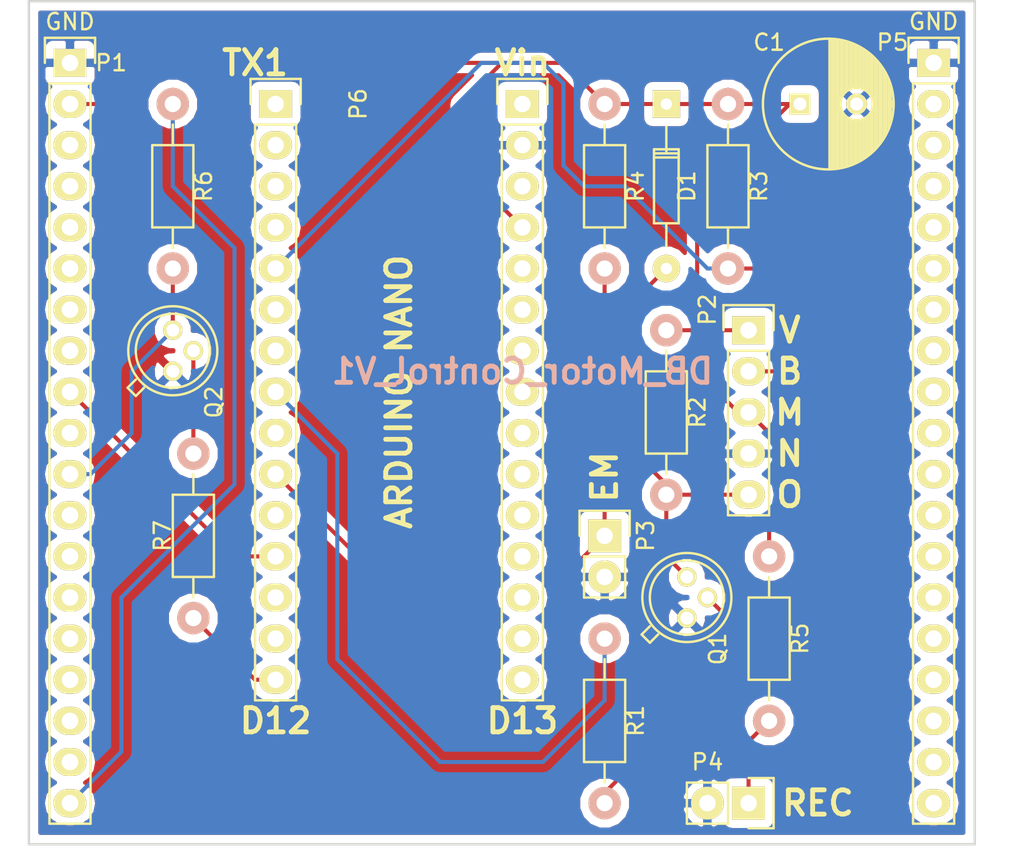
<source format=kicad_pcb>
(kicad_pcb (version 4) (host pcbnew 4.0.4+e1-6308~48~ubuntu16.04.1-stable)

  (general
    (links 33)
    (no_connects 0)
    (area 27.351667 72.314999 90.758334 126.17)
    (thickness 1.6)
    (drawings 17)
    (tracks 90)
    (zones 0)
    (modules 18)
    (nets 14)
  )

  (page A4)
  (layers
    (0 F.Cu signal)
    (31 B.Cu signal)
    (32 B.Adhes user)
    (33 F.Adhes user)
    (34 B.Paste user)
    (35 F.Paste user)
    (36 B.SilkS user)
    (37 F.SilkS user)
    (38 B.Mask user)
    (39 F.Mask user)
    (40 Dwgs.User user)
    (41 Cmts.User user)
    (42 Eco1.User user)
    (43 Eco2.User user)
    (44 Edge.Cuts user)
    (45 Margin user)
    (46 B.CrtYd user)
    (47 F.CrtYd user)
    (48 B.Fab user)
    (49 F.Fab user)
  )

  (setup
    (last_trace_width 0.25)
    (trace_clearance 0.2)
    (zone_clearance 0.508)
    (zone_45_only no)
    (trace_min 0.2)
    (segment_width 0.2)
    (edge_width 0.15)
    (via_size 0.6)
    (via_drill 0.4)
    (via_min_size 0.4)
    (via_min_drill 0.3)
    (uvia_size 0.3)
    (uvia_drill 0.1)
    (uvias_allowed no)
    (uvia_min_size 0.2)
    (uvia_min_drill 0.1)
    (pcb_text_width 0.3)
    (pcb_text_size 1.5 1.5)
    (mod_edge_width 0.15)
    (mod_text_size 1 1)
    (mod_text_width 0.15)
    (pad_size 1.524 1.524)
    (pad_drill 0.762)
    (pad_to_mask_clearance 0.2)
    (aux_axis_origin 0 0)
    (visible_elements 7FFFFFFF)
    (pcbplotparams
      (layerselection 0x000f0_80000001)
      (usegerberextensions false)
      (excludeedgelayer true)
      (linewidth 0.100000)
      (plotframeref false)
      (viasonmask false)
      (mode 1)
      (useauxorigin false)
      (hpglpennumber 1)
      (hpglpenspeed 20)
      (hpglpendiameter 15)
      (hpglpenoverlay 2)
      (psnegative false)
      (psa4output false)
      (plotreference true)
      (plotvalue true)
      (plotinvisibletext false)
      (padsonsilk false)
      (subtractmaskfromsilk false)
      (outputformat 1)
      (mirror false)
      (drillshape 0)
      (scaleselection 1)
      (outputdirectory gerber/))
  )

  (net 0 "")
  (net 1 "Net-(D1-Pad2)")
  (net 2 GND)
  (net 3 "Net-(P1-Pad9)")
  (net 4 "Net-(P1-Pad11)")
  (net 5 "Net-(P1-Pad19)")
  (net 6 "Net-(C1-Pad1)")
  (net 7 "Net-(P2-Pad2)")
  (net 8 "Net-(P4-Pad1)")
  (net 9 "Net-(Q1-Pad2)")
  (net 10 "Net-(P3-Pad1)")
  (net 11 "Net-(P6-Pad8)")
  (net 12 "Net-(P6-Pad15)")
  (net 13 "Net-(Q2-Pad2)")

  (net_class Default "This is the default net class."
    (clearance 0.2)
    (trace_width 0.25)
    (via_dia 0.6)
    (via_drill 0.4)
    (uvia_dia 0.3)
    (uvia_drill 0.1)
    (add_net GND)
    (add_net "Net-(C1-Pad1)")
    (add_net "Net-(D1-Pad2)")
    (add_net "Net-(P1-Pad11)")
    (add_net "Net-(P1-Pad19)")
    (add_net "Net-(P1-Pad9)")
    (add_net "Net-(P2-Pad2)")
    (add_net "Net-(P3-Pad1)")
    (add_net "Net-(P4-Pad1)")
    (add_net "Net-(P6-Pad15)")
    (add_net "Net-(P6-Pad8)")
    (add_net "Net-(Q1-Pad2)")
    (add_net "Net-(Q2-Pad2)")
  )

  (module Diodes_ThroughHole:Diode_DO-35_SOD27_Horizontal_RM10 placed (layer F.Cu) (tedit 57B5844F) (tstamp 57B30C40)
    (at 68.58 78.74 270)
    (descr "Diode, DO-35,  SOD27, Horizontal, RM 10mm")
    (tags "Diode, DO-35, SOD27, Horizontal, RM 10mm, 1N4148,")
    (path /57A4E6CD)
    (fp_text reference D1 (at 5.08 -1.27 270) (layer F.SilkS)
      (effects (font (size 1 1) (thickness 0.15)))
    )
    (fp_text value 1N4001 (at 5.08 0 270) (layer F.Fab)
      (effects (font (size 1 1) (thickness 0.15)))
    )
    (fp_line (start 7.36652 -0.00254) (end 8.76352 -0.00254) (layer F.SilkS) (width 0.15))
    (fp_line (start 2.92152 -0.00254) (end 1.39752 -0.00254) (layer F.SilkS) (width 0.15))
    (fp_line (start 3.30252 -0.76454) (end 3.30252 0.75946) (layer F.SilkS) (width 0.15))
    (fp_line (start 3.04852 -0.76454) (end 3.04852 0.75946) (layer F.SilkS) (width 0.15))
    (fp_line (start 2.79452 -0.00254) (end 2.79452 0.75946) (layer F.SilkS) (width 0.15))
    (fp_line (start 2.79452 0.75946) (end 7.36652 0.75946) (layer F.SilkS) (width 0.15))
    (fp_line (start 7.36652 0.75946) (end 7.36652 -0.76454) (layer F.SilkS) (width 0.15))
    (fp_line (start 7.36652 -0.76454) (end 2.79452 -0.76454) (layer F.SilkS) (width 0.15))
    (fp_line (start 2.79452 -0.76454) (end 2.79452 -0.00254) (layer F.SilkS) (width 0.15))
    (pad 2 thru_hole circle (at 10.16052 -0.00254 90) (size 1.69926 1.69926) (drill 0.70104) (layers *.Cu *.Mask F.SilkS)
      (net 1 "Net-(D1-Pad2)"))
    (pad 1 thru_hole rect (at 0.00052 -0.00254 90) (size 1.69926 1.69926) (drill 0.70104) (layers *.Cu *.Mask F.SilkS)
      (net 6 "Net-(C1-Pad1)"))
    (model Diodes_ThroughHole.3dshapes/Diode_DO-35_SOD27_Horizontal_RM10.wrl
      (at (xyz 0.2 0 0))
      (scale (xyz 0.4 0.4 0.4))
      (rotate (xyz 0 0 180))
    )
  )

  (module Socket_Strips:Socket_Strip_Straight_1x05 placed (layer F.Cu) (tedit 57B58B5B) (tstamp 57B30C60)
    (at 73.66 92.71 270)
    (descr "Through hole socket strip")
    (tags "socket strip")
    (path /57A8880C)
    (fp_text reference P2 (at -1.27 2.54 270) (layer F.SilkS)
      (effects (font (size 1 1) (thickness 0.15)))
    )
    (fp_text value CONN_01X05 (at 0 -3.1 270) (layer F.Fab)
      (effects (font (size 1 1) (thickness 0.15)))
    )
    (fp_line (start -1.75 -1.75) (end -1.75 1.75) (layer F.CrtYd) (width 0.05))
    (fp_line (start 11.95 -1.75) (end 11.95 1.75) (layer F.CrtYd) (width 0.05))
    (fp_line (start -1.75 -1.75) (end 11.95 -1.75) (layer F.CrtYd) (width 0.05))
    (fp_line (start -1.75 1.75) (end 11.95 1.75) (layer F.CrtYd) (width 0.05))
    (fp_line (start 1.27 1.27) (end 11.43 1.27) (layer F.SilkS) (width 0.15))
    (fp_line (start 11.43 1.27) (end 11.43 -1.27) (layer F.SilkS) (width 0.15))
    (fp_line (start 11.43 -1.27) (end 1.27 -1.27) (layer F.SilkS) (width 0.15))
    (fp_line (start -1.55 1.55) (end 0 1.55) (layer F.SilkS) (width 0.15))
    (fp_line (start 1.27 1.27) (end 1.27 -1.27) (layer F.SilkS) (width 0.15))
    (fp_line (start 0 -1.55) (end -1.55 -1.55) (layer F.SilkS) (width 0.15))
    (fp_line (start -1.55 -1.55) (end -1.55 1.55) (layer F.SilkS) (width 0.15))
    (pad 1 thru_hole rect (at 0 0 270) (size 1.7272 2.032) (drill 1.016) (layers *.Cu *.Mask F.SilkS)
      (net 6 "Net-(C1-Pad1)"))
    (pad 2 thru_hole oval (at 2.54 0 270) (size 1.7272 2.032) (drill 1.016) (layers *.Cu *.Mask F.SilkS)
      (net 7 "Net-(P2-Pad2)"))
    (pad 3 thru_hole oval (at 5.08 0 270) (size 1.7272 2.032) (drill 1.016) (layers *.Cu *.Mask F.SilkS)
      (net 6 "Net-(C1-Pad1)"))
    (pad 4 thru_hole oval (at 7.62 0 270) (size 1.7272 2.032) (drill 1.016) (layers *.Cu *.Mask F.SilkS)
      (net 2 GND))
    (pad 5 thru_hole oval (at 10.16 0 270) (size 1.7272 2.032) (drill 1.016) (layers *.Cu *.Mask F.SilkS)
      (net 1 "Net-(D1-Pad2)"))
    (model Socket_Strips.3dshapes/Socket_Strip_Straight_1x05.wrl
      (at (xyz 0.2 0 0))
      (scale (xyz 1 1 1))
      (rotate (xyz 0 0 180))
    )
  )

  (module Socket_Strips:Socket_Strip_Straight_1x02 placed (layer F.Cu) (tedit 57B58B43) (tstamp 57B30C66)
    (at 64.77 105.41 270)
    (descr "Through hole socket strip")
    (tags "socket strip")
    (path /57B30B75)
    (fp_text reference P3 (at 0 -2.54 270) (layer F.SilkS)
      (effects (font (size 1 1) (thickness 0.15)))
    )
    (fp_text value CONN_01X02 (at 0 -3.1 270) (layer F.Fab)
      (effects (font (size 1 1) (thickness 0.15)))
    )
    (fp_line (start -1.55 1.55) (end 0 1.55) (layer F.SilkS) (width 0.15))
    (fp_line (start 3.81 1.27) (end 1.27 1.27) (layer F.SilkS) (width 0.15))
    (fp_line (start -1.75 -1.75) (end -1.75 1.75) (layer F.CrtYd) (width 0.05))
    (fp_line (start 4.3 -1.75) (end 4.3 1.75) (layer F.CrtYd) (width 0.05))
    (fp_line (start -1.75 -1.75) (end 4.3 -1.75) (layer F.CrtYd) (width 0.05))
    (fp_line (start -1.75 1.75) (end 4.3 1.75) (layer F.CrtYd) (width 0.05))
    (fp_line (start 1.27 1.27) (end 1.27 -1.27) (layer F.SilkS) (width 0.15))
    (fp_line (start 0 -1.55) (end -1.55 -1.55) (layer F.SilkS) (width 0.15))
    (fp_line (start -1.55 -1.55) (end -1.55 1.55) (layer F.SilkS) (width 0.15))
    (fp_line (start 1.27 -1.27) (end 3.81 -1.27) (layer F.SilkS) (width 0.15))
    (fp_line (start 3.81 -1.27) (end 3.81 1.27) (layer F.SilkS) (width 0.15))
    (pad 1 thru_hole rect (at 0 0 270) (size 2.032 2.032) (drill 1.016) (layers *.Cu *.Mask F.SilkS)
      (net 10 "Net-(P3-Pad1)"))
    (pad 2 thru_hole oval (at 2.54 0 270) (size 2.032 2.032) (drill 1.016) (layers *.Cu *.Mask F.SilkS)
      (net 2 GND))
    (model Socket_Strips.3dshapes/Socket_Strip_Straight_1x02.wrl
      (at (xyz 0.05 0 0))
      (scale (xyz 1 1 1))
      (rotate (xyz 0 0 180))
    )
  )

  (module TO_SOT_Packages_THT:TO-18_3Pin placed (layer F.Cu) (tedit 57B5741F) (tstamp 57B30C8A)
    (at 69.85 109.22 270)
    (descr "TO-18, 3Pin,")
    (tags "TO-18, 3Pin,")
    (path /57B57B73)
    (fp_text reference Q1 (at 3.175 -1.905 270) (layer F.SilkS)
      (effects (font (size 1 1) (thickness 0.15)))
    )
    (fp_text value 2N2222 (at 0 4.826 270) (layer F.Fab)
      (effects (font (size 1 1) (thickness 0.15)))
    )
    (fp_line (start 2.794 2.286) (end 2.286 1.778) (layer F.SilkS) (width 0.15))
    (fp_line (start 1.778 2.286) (end 2.286 2.794) (layer F.SilkS) (width 0.15))
    (fp_line (start 2.286 2.794) (end 2.794 2.286) (layer F.SilkS) (width 0.15))
    (fp_circle (center 0 0) (end 2.286 0) (layer F.SilkS) (width 0.15))
    (fp_circle (center 0 0) (end 2.75 0) (layer F.SilkS) (width 0.15))
    (pad 1 thru_hole circle (at 1.27 0 270) (size 1.2 1.2) (drill 0.8) (layers *.Cu *.Mask F.SilkS)
      (net 2 GND))
    (pad 2 thru_hole circle (at 0 -1.27 270) (size 1.2 1.2) (drill 0.8) (layers *.Cu *.Mask F.SilkS)
      (net 9 "Net-(Q1-Pad2)"))
    (pad 3 thru_hole circle (at -1.27 0 270) (size 1.2 1.2) (drill 0.8) (layers *.Cu *.Mask F.SilkS)
      (net 1 "Net-(D1-Pad2)"))
    (model TO_SOT_Packages_THT.3dshapes/TO-18_3Pin.wrl
      (at (xyz 0 0 0))
      (scale (xyz 0.3937 0.3937 0.3937))
      (rotate (xyz 0 0 0))
    )
  )

  (module Resistors_ThroughHole:Resistor_Horizontal_RM10mm placed (layer F.Cu) (tedit 57B58443) (tstamp 57B30C90)
    (at 64.77 121.92 90)
    (descr "Resistor, Axial,  RM 10mm, 1/3W")
    (tags "Resistor Axial RM 10mm 1/3W")
    (path /57A4E9C3)
    (fp_text reference R1 (at 5.08 1.905 90) (layer F.SilkS)
      (effects (font (size 1 1) (thickness 0.15)))
    )
    (fp_text value 680 (at 5.08 0 90) (layer F.Fab)
      (effects (font (size 1 1) (thickness 0.15)))
    )
    (fp_line (start -1.25 -1.5) (end 11.4 -1.5) (layer F.CrtYd) (width 0.05))
    (fp_line (start -1.25 1.5) (end -1.25 -1.5) (layer F.CrtYd) (width 0.05))
    (fp_line (start 11.4 -1.5) (end 11.4 1.5) (layer F.CrtYd) (width 0.05))
    (fp_line (start -1.25 1.5) (end 11.4 1.5) (layer F.CrtYd) (width 0.05))
    (fp_line (start 2.54 -1.27) (end 7.62 -1.27) (layer F.SilkS) (width 0.15))
    (fp_line (start 7.62 -1.27) (end 7.62 1.27) (layer F.SilkS) (width 0.15))
    (fp_line (start 7.62 1.27) (end 2.54 1.27) (layer F.SilkS) (width 0.15))
    (fp_line (start 2.54 1.27) (end 2.54 -1.27) (layer F.SilkS) (width 0.15))
    (fp_line (start 2.54 0) (end 1.27 0) (layer F.SilkS) (width 0.15))
    (fp_line (start 7.62 0) (end 8.89 0) (layer F.SilkS) (width 0.15))
    (pad 1 thru_hole circle (at 0 0 90) (size 1.99898 1.99898) (drill 1.00076) (layers *.Cu *.SilkS *.Mask)
      (net 9 "Net-(Q1-Pad2)"))
    (pad 2 thru_hole circle (at 10.16 0 90) (size 1.99898 1.99898) (drill 1.00076) (layers *.Cu *.SilkS *.Mask)
      (net 11 "Net-(P6-Pad8)"))
    (model Resistors_ThroughHole.3dshapes/Resistor_Horizontal_RM10mm.wrl
      (at (xyz 0.2 0 0))
      (scale (xyz 0.4 0.4 0.4))
      (rotate (xyz 0 0 0))
    )
  )

  (module Resistors_ThroughHole:Resistor_Horizontal_RM10mm placed (layer F.Cu) (tedit 57B58465) (tstamp 57B30C96)
    (at 68.58 92.71 270)
    (descr "Resistor, Axial,  RM 10mm, 1/3W")
    (tags "Resistor Axial RM 10mm 1/3W")
    (path /57A4E68A)
    (fp_text reference R2 (at 5.08 -1.905 270) (layer F.SilkS)
      (effects (font (size 1 1) (thickness 0.15)))
    )
    (fp_text value 1k (at 5.08 0 270) (layer F.Fab)
      (effects (font (size 1 1) (thickness 0.15)))
    )
    (fp_line (start -1.25 -1.5) (end 11.4 -1.5) (layer F.CrtYd) (width 0.05))
    (fp_line (start -1.25 1.5) (end -1.25 -1.5) (layer F.CrtYd) (width 0.05))
    (fp_line (start 11.4 -1.5) (end 11.4 1.5) (layer F.CrtYd) (width 0.05))
    (fp_line (start -1.25 1.5) (end 11.4 1.5) (layer F.CrtYd) (width 0.05))
    (fp_line (start 2.54 -1.27) (end 7.62 -1.27) (layer F.SilkS) (width 0.15))
    (fp_line (start 7.62 -1.27) (end 7.62 1.27) (layer F.SilkS) (width 0.15))
    (fp_line (start 7.62 1.27) (end 2.54 1.27) (layer F.SilkS) (width 0.15))
    (fp_line (start 2.54 1.27) (end 2.54 -1.27) (layer F.SilkS) (width 0.15))
    (fp_line (start 2.54 0) (end 1.27 0) (layer F.SilkS) (width 0.15))
    (fp_line (start 7.62 0) (end 8.89 0) (layer F.SilkS) (width 0.15))
    (pad 1 thru_hole circle (at 0 0 270) (size 1.99898 1.99898) (drill 1.00076) (layers *.Cu *.SilkS *.Mask)
      (net 6 "Net-(C1-Pad1)"))
    (pad 2 thru_hole circle (at 10.16 0 270) (size 1.99898 1.99898) (drill 1.00076) (layers *.Cu *.SilkS *.Mask)
      (net 1 "Net-(D1-Pad2)"))
    (model Resistors_ThroughHole.3dshapes/Resistor_Horizontal_RM10mm.wrl
      (at (xyz 0.2 0 0))
      (scale (xyz 0.4 0.4 0.4))
      (rotate (xyz 0 0 0))
    )
  )

  (module Resistors_ThroughHole:Resistor_Horizontal_RM10mm placed (layer F.Cu) (tedit 57B58453) (tstamp 57B30C9C)
    (at 72.39 88.9 90)
    (descr "Resistor, Axial,  RM 10mm, 1/3W")
    (tags "Resistor Axial RM 10mm 1/3W")
    (path /57A4F07A)
    (fp_text reference R3 (at 5.08 1.905 90) (layer F.SilkS)
      (effects (font (size 1 1) (thickness 0.15)))
    )
    (fp_text value 33k (at 5.08 0 90) (layer F.Fab)
      (effects (font (size 1 1) (thickness 0.15)))
    )
    (fp_line (start -1.25 -1.5) (end 11.4 -1.5) (layer F.CrtYd) (width 0.05))
    (fp_line (start -1.25 1.5) (end -1.25 -1.5) (layer F.CrtYd) (width 0.05))
    (fp_line (start 11.4 -1.5) (end 11.4 1.5) (layer F.CrtYd) (width 0.05))
    (fp_line (start -1.25 1.5) (end 11.4 1.5) (layer F.CrtYd) (width 0.05))
    (fp_line (start 2.54 -1.27) (end 7.62 -1.27) (layer F.SilkS) (width 0.15))
    (fp_line (start 7.62 -1.27) (end 7.62 1.27) (layer F.SilkS) (width 0.15))
    (fp_line (start 7.62 1.27) (end 2.54 1.27) (layer F.SilkS) (width 0.15))
    (fp_line (start 2.54 1.27) (end 2.54 -1.27) (layer F.SilkS) (width 0.15))
    (fp_line (start 2.54 0) (end 1.27 0) (layer F.SilkS) (width 0.15))
    (fp_line (start 7.62 0) (end 8.89 0) (layer F.SilkS) (width 0.15))
    (pad 1 thru_hole circle (at 0 0 90) (size 1.99898 1.99898) (drill 1.00076) (layers *.Cu *.SilkS *.Mask)
      (net 7 "Net-(P2-Pad2)"))
    (pad 2 thru_hole circle (at 10.16 0 90) (size 1.99898 1.99898) (drill 1.00076) (layers *.Cu *.SilkS *.Mask)
      (net 6 "Net-(C1-Pad1)"))
    (model Resistors_ThroughHole.3dshapes/Resistor_Horizontal_RM10mm.wrl
      (at (xyz 0.2 0 0))
      (scale (xyz 0.4 0.4 0.4))
      (rotate (xyz 0 0 0))
    )
  )

  (module Resistors_ThroughHole:Resistor_Horizontal_RM10mm placed (layer F.Cu) (tedit 57B58449) (tstamp 57B30CA2)
    (at 64.77 78.74 270)
    (descr "Resistor, Axial,  RM 10mm, 1/3W")
    (tags "Resistor Axial RM 10mm 1/3W")
    (path /57A4EDEF)
    (fp_text reference R4 (at 5.08 -1.905 270) (layer F.SilkS)
      (effects (font (size 1 1) (thickness 0.15)))
    )
    (fp_text value 2.2k (at 5.08 0 270) (layer F.Fab)
      (effects (font (size 1 1) (thickness 0.15)))
    )
    (fp_line (start -1.25 -1.5) (end 11.4 -1.5) (layer F.CrtYd) (width 0.05))
    (fp_line (start -1.25 1.5) (end -1.25 -1.5) (layer F.CrtYd) (width 0.05))
    (fp_line (start 11.4 -1.5) (end 11.4 1.5) (layer F.CrtYd) (width 0.05))
    (fp_line (start -1.25 1.5) (end 11.4 1.5) (layer F.CrtYd) (width 0.05))
    (fp_line (start 2.54 -1.27) (end 7.62 -1.27) (layer F.SilkS) (width 0.15))
    (fp_line (start 7.62 -1.27) (end 7.62 1.27) (layer F.SilkS) (width 0.15))
    (fp_line (start 7.62 1.27) (end 2.54 1.27) (layer F.SilkS) (width 0.15))
    (fp_line (start 2.54 1.27) (end 2.54 -1.27) (layer F.SilkS) (width 0.15))
    (fp_line (start 2.54 0) (end 1.27 0) (layer F.SilkS) (width 0.15))
    (fp_line (start 7.62 0) (end 8.89 0) (layer F.SilkS) (width 0.15))
    (pad 1 thru_hole circle (at 0 0 270) (size 1.99898 1.99898) (drill 1.00076) (layers *.Cu *.SilkS *.Mask)
      (net 6 "Net-(C1-Pad1)"))
    (pad 2 thru_hole circle (at 10.16 0 270) (size 1.99898 1.99898) (drill 1.00076) (layers *.Cu *.SilkS *.Mask)
      (net 10 "Net-(P3-Pad1)"))
    (model Resistors_ThroughHole.3dshapes/Resistor_Horizontal_RM10mm.wrl
      (at (xyz 0.2 0 0))
      (scale (xyz 0.4 0.4 0.4))
      (rotate (xyz 0 0 0))
    )
  )

  (module Resistors_ThroughHole:Resistor_Horizontal_RM10mm placed (layer F.Cu) (tedit 57B5843D) (tstamp 57B30CA8)
    (at 74.93 106.68 270)
    (descr "Resistor, Axial,  RM 10mm, 1/3W")
    (tags "Resistor Axial RM 10mm 1/3W")
    (path /57A4ED4D)
    (fp_text reference R5 (at 5.08 -1.905 270) (layer F.SilkS)
      (effects (font (size 1 1) (thickness 0.15)))
    )
    (fp_text value 330 (at 5.08 0 270) (layer F.Fab)
      (effects (font (size 1 1) (thickness 0.15)))
    )
    (fp_line (start -1.25 -1.5) (end 11.4 -1.5) (layer F.CrtYd) (width 0.05))
    (fp_line (start -1.25 1.5) (end -1.25 -1.5) (layer F.CrtYd) (width 0.05))
    (fp_line (start 11.4 -1.5) (end 11.4 1.5) (layer F.CrtYd) (width 0.05))
    (fp_line (start -1.25 1.5) (end 11.4 1.5) (layer F.CrtYd) (width 0.05))
    (fp_line (start 2.54 -1.27) (end 7.62 -1.27) (layer F.SilkS) (width 0.15))
    (fp_line (start 7.62 -1.27) (end 7.62 1.27) (layer F.SilkS) (width 0.15))
    (fp_line (start 7.62 1.27) (end 2.54 1.27) (layer F.SilkS) (width 0.15))
    (fp_line (start 2.54 1.27) (end 2.54 -1.27) (layer F.SilkS) (width 0.15))
    (fp_line (start 2.54 0) (end 1.27 0) (layer F.SilkS) (width 0.15))
    (fp_line (start 7.62 0) (end 8.89 0) (layer F.SilkS) (width 0.15))
    (pad 1 thru_hole circle (at 0 0 270) (size 1.99898 1.99898) (drill 1.00076) (layers *.Cu *.SilkS *.Mask)
      (net 6 "Net-(C1-Pad1)"))
    (pad 2 thru_hole circle (at 10.16 0 270) (size 1.99898 1.99898) (drill 1.00076) (layers *.Cu *.SilkS *.Mask)
      (net 8 "Net-(P4-Pad1)"))
    (model Resistors_ThroughHole.3dshapes/Resistor_Horizontal_RM10mm.wrl
      (at (xyz 0.2 0 0))
      (scale (xyz 0.4 0.4 0.4))
      (rotate (xyz 0 0 0))
    )
  )

  (module Echopen:CP_TH_common (layer F.Cu) (tedit 57B58A5F) (tstamp 57B58177)
    (at 76.835 78.74)
    (descr "Radial Electrolytic Capacitor Diameter 8mm x Length 11.5mm, Pitch 3.5mm")
    (tags "Electrolytic Capacitor")
    (path /57B5754E)
    (fp_text reference C1 (at -1.905 -3.81) (layer F.SilkS)
      (effects (font (size 1 1) (thickness 0.15)))
    )
    (fp_text value 10u (at 1.27 1.905) (layer F.Fab)
      (effects (font (size 1 1) (thickness 0.15)))
    )
    (fp_line (start 1.825 -3.999) (end 1.825 3.999) (layer F.SilkS) (width 0.15))
    (fp_line (start 1.965 -3.994) (end 1.965 3.994) (layer F.SilkS) (width 0.15))
    (fp_line (start 2.105 -3.984) (end 2.105 3.984) (layer F.SilkS) (width 0.15))
    (fp_line (start 2.245 -3.969) (end 2.245 3.969) (layer F.SilkS) (width 0.15))
    (fp_line (start 2.385 -3.949) (end 2.385 3.949) (layer F.SilkS) (width 0.15))
    (fp_line (start 2.525 -3.924) (end 2.525 -0.222) (layer F.SilkS) (width 0.15))
    (fp_line (start 2.525 0.222) (end 2.525 3.924) (layer F.SilkS) (width 0.15))
    (fp_line (start 2.665 -3.894) (end 2.665 -0.55) (layer F.SilkS) (width 0.15))
    (fp_line (start 2.665 0.55) (end 2.665 3.894) (layer F.SilkS) (width 0.15))
    (fp_line (start 2.805 -3.858) (end 2.805 -0.719) (layer F.SilkS) (width 0.15))
    (fp_line (start 2.805 0.719) (end 2.805 3.858) (layer F.SilkS) (width 0.15))
    (fp_line (start 2.945 -3.817) (end 2.945 -0.832) (layer F.SilkS) (width 0.15))
    (fp_line (start 2.945 0.832) (end 2.945 3.817) (layer F.SilkS) (width 0.15))
    (fp_line (start 3.085 -3.771) (end 3.085 -0.91) (layer F.SilkS) (width 0.15))
    (fp_line (start 3.085 0.91) (end 3.085 3.771) (layer F.SilkS) (width 0.15))
    (fp_line (start 3.225 -3.718) (end 3.225 -0.961) (layer F.SilkS) (width 0.15))
    (fp_line (start 3.225 0.961) (end 3.225 3.718) (layer F.SilkS) (width 0.15))
    (fp_line (start 3.365 -3.659) (end 3.365 -0.991) (layer F.SilkS) (width 0.15))
    (fp_line (start 3.365 0.991) (end 3.365 3.659) (layer F.SilkS) (width 0.15))
    (fp_line (start 3.505 -3.594) (end 3.505 -1) (layer F.SilkS) (width 0.15))
    (fp_line (start 3.505 1) (end 3.505 3.594) (layer F.SilkS) (width 0.15))
    (fp_line (start 3.645 -3.523) (end 3.645 -0.989) (layer F.SilkS) (width 0.15))
    (fp_line (start 3.645 0.989) (end 3.645 3.523) (layer F.SilkS) (width 0.15))
    (fp_line (start 3.785 -3.444) (end 3.785 -0.959) (layer F.SilkS) (width 0.15))
    (fp_line (start 3.785 0.959) (end 3.785 3.444) (layer F.SilkS) (width 0.15))
    (fp_line (start 3.925 -3.357) (end 3.925 -0.905) (layer F.SilkS) (width 0.15))
    (fp_line (start 3.925 0.905) (end 3.925 3.357) (layer F.SilkS) (width 0.15))
    (fp_line (start 4.065 -3.262) (end 4.065 -0.825) (layer F.SilkS) (width 0.15))
    (fp_line (start 4.065 0.825) (end 4.065 3.262) (layer F.SilkS) (width 0.15))
    (fp_line (start 4.205 -3.158) (end 4.205 -0.709) (layer F.SilkS) (width 0.15))
    (fp_line (start 4.205 0.709) (end 4.205 3.158) (layer F.SilkS) (width 0.15))
    (fp_line (start 4.345 -3.044) (end 4.345 -0.535) (layer F.SilkS) (width 0.15))
    (fp_line (start 4.345 0.535) (end 4.345 3.044) (layer F.SilkS) (width 0.15))
    (fp_line (start 4.485 -2.919) (end 4.485 -0.173) (layer F.SilkS) (width 0.15))
    (fp_line (start 4.485 0.173) (end 4.485 2.919) (layer F.SilkS) (width 0.15))
    (fp_line (start 4.625 -2.781) (end 4.625 2.781) (layer F.SilkS) (width 0.15))
    (fp_line (start 4.765 -2.629) (end 4.765 2.629) (layer F.SilkS) (width 0.15))
    (fp_line (start 4.905 -2.459) (end 4.905 2.459) (layer F.SilkS) (width 0.15))
    (fp_line (start 5.045 -2.268) (end 5.045 2.268) (layer F.SilkS) (width 0.15))
    (fp_line (start 5.185 -2.05) (end 5.185 2.05) (layer F.SilkS) (width 0.15))
    (fp_line (start 5.325 -1.794) (end 5.325 1.794) (layer F.SilkS) (width 0.15))
    (fp_line (start 5.465 -1.483) (end 5.465 1.483) (layer F.SilkS) (width 0.15))
    (fp_line (start 5.605 -1.067) (end 5.605 1.067) (layer F.SilkS) (width 0.15))
    (fp_line (start 5.745 -0.2) (end 5.745 0.2) (layer F.SilkS) (width 0.15))
    (fp_circle (center 3.5 0) (end 3.5 -1) (layer F.SilkS) (width 0.15))
    (fp_circle (center 1.75 0) (end 1.75 -4.0375) (layer F.SilkS) (width 0.15))
    (fp_circle (center 1.75 0) (end 1.75 -4.3) (layer F.CrtYd) (width 0.05))
    (pad 2 thru_hole circle (at 3.5 0) (size 1.3 1.3) (drill 0.8) (layers *.Cu *.Mask F.SilkS)
      (net 2 GND))
    (pad 1 thru_hole rect (at 0 0) (size 1.3 1.3) (drill 0.8) (layers *.Cu *.Mask F.SilkS)
      (net 6 "Net-(C1-Pad1)"))
    (model Capacitors_ThroughHole.3dshapes/C_Radial_D8_L11.5_P3.5.wrl
      (at (xyz 0 0 0))
      (scale (xyz 1 1 1))
      (rotate (xyz 0 0 0))
    )
  )

  (module Socket_Strips:Socket_Strip_Straight_1x02 (layer F.Cu) (tedit 57B58A8F) (tstamp 57B5825F)
    (at 73.66 121.92 180)
    (descr "Through hole socket strip")
    (tags "socket strip")
    (path /57B30BB9)
    (fp_text reference P4 (at 2.54 2.54 180) (layer F.SilkS)
      (effects (font (size 1 1) (thickness 0.15)))
    )
    (fp_text value CONN_01X02 (at 0 -3.1 180) (layer F.Fab)
      (effects (font (size 1 1) (thickness 0.15)))
    )
    (fp_line (start -1.55 1.55) (end 0 1.55) (layer F.SilkS) (width 0.15))
    (fp_line (start 3.81 1.27) (end 1.27 1.27) (layer F.SilkS) (width 0.15))
    (fp_line (start -1.75 -1.75) (end -1.75 1.75) (layer F.CrtYd) (width 0.05))
    (fp_line (start 4.3 -1.75) (end 4.3 1.75) (layer F.CrtYd) (width 0.05))
    (fp_line (start -1.75 -1.75) (end 4.3 -1.75) (layer F.CrtYd) (width 0.05))
    (fp_line (start -1.75 1.75) (end 4.3 1.75) (layer F.CrtYd) (width 0.05))
    (fp_line (start 1.27 1.27) (end 1.27 -1.27) (layer F.SilkS) (width 0.15))
    (fp_line (start 0 -1.55) (end -1.55 -1.55) (layer F.SilkS) (width 0.15))
    (fp_line (start -1.55 -1.55) (end -1.55 1.55) (layer F.SilkS) (width 0.15))
    (fp_line (start 1.27 -1.27) (end 3.81 -1.27) (layer F.SilkS) (width 0.15))
    (fp_line (start 3.81 -1.27) (end 3.81 1.27) (layer F.SilkS) (width 0.15))
    (pad 1 thru_hole rect (at 0 0 180) (size 2.032 2.032) (drill 1.016) (layers *.Cu *.Mask F.SilkS)
      (net 8 "Net-(P4-Pad1)"))
    (pad 2 thru_hole oval (at 2.54 0 180) (size 2.032 2.032) (drill 1.016) (layers *.Cu *.Mask F.SilkS)
      (net 2 GND))
    (model Socket_Strips.3dshapes/Socket_Strip_Straight_1x02.wrl
      (at (xyz 0.05 0 0))
      (scale (xyz 1 1 1))
      (rotate (xyz 0 0 180))
    )
  )

  (module Socket_Strips:Socket_Strip_Straight_1x15 (layer F.Cu) (tedit 0) (tstamp 57BC4556)
    (at 44.45 78.74 270)
    (descr "Through hole socket strip")
    (tags "socket strip")
    (path /57BC2D51)
    (fp_text reference P6 (at 0 -5.1 270) (layer F.SilkS)
      (effects (font (size 1 1) (thickness 0.15)))
    )
    (fp_text value CONN_01X15 (at 0 -3.1 270) (layer F.Fab)
      (effects (font (size 1 1) (thickness 0.15)))
    )
    (fp_line (start -1.75 -1.75) (end -1.75 1.75) (layer F.CrtYd) (width 0.05))
    (fp_line (start 37.35 -1.75) (end 37.35 1.75) (layer F.CrtYd) (width 0.05))
    (fp_line (start -1.75 -1.75) (end 37.35 -1.75) (layer F.CrtYd) (width 0.05))
    (fp_line (start -1.75 1.75) (end 37.35 1.75) (layer F.CrtYd) (width 0.05))
    (fp_line (start 1.27 -1.27) (end 36.83 -1.27) (layer F.SilkS) (width 0.15))
    (fp_line (start 36.83 -1.27) (end 36.83 1.27) (layer F.SilkS) (width 0.15))
    (fp_line (start 36.83 1.27) (end 1.27 1.27) (layer F.SilkS) (width 0.15))
    (fp_line (start -1.55 1.55) (end 0 1.55) (layer F.SilkS) (width 0.15))
    (fp_line (start 1.27 1.27) (end 1.27 -1.27) (layer F.SilkS) (width 0.15))
    (fp_line (start 0 -1.55) (end -1.55 -1.55) (layer F.SilkS) (width 0.15))
    (fp_line (start -1.55 -1.55) (end -1.55 1.55) (layer F.SilkS) (width 0.15))
    (pad 1 thru_hole rect (at 0 0 270) (size 1.7272 2.032) (drill 1.016) (layers *.Cu *.Mask F.SilkS))
    (pad 2 thru_hole oval (at 2.54 0 270) (size 1.7272 2.032) (drill 1.016) (layers *.Cu *.Mask F.SilkS))
    (pad 3 thru_hole oval (at 5.08 0 270) (size 1.7272 2.032) (drill 1.016) (layers *.Cu *.Mask F.SilkS))
    (pad 4 thru_hole oval (at 7.62 0 270) (size 1.7272 2.032) (drill 1.016) (layers *.Cu *.Mask F.SilkS))
    (pad 5 thru_hole oval (at 10.16 0 270) (size 1.7272 2.032) (drill 1.016) (layers *.Cu *.Mask F.SilkS)
      (net 7 "Net-(P2-Pad2)"))
    (pad 6 thru_hole oval (at 12.7 0 270) (size 1.7272 2.032) (drill 1.016) (layers *.Cu *.Mask F.SilkS))
    (pad 7 thru_hole oval (at 15.24 0 270) (size 1.7272 2.032) (drill 1.016) (layers *.Cu *.Mask F.SilkS))
    (pad 8 thru_hole oval (at 17.78 0 270) (size 1.7272 2.032) (drill 1.016) (layers *.Cu *.Mask F.SilkS)
      (net 11 "Net-(P6-Pad8)"))
    (pad 9 thru_hole oval (at 20.32 0 270) (size 1.7272 2.032) (drill 1.016) (layers *.Cu *.Mask F.SilkS))
    (pad 10 thru_hole oval (at 22.86 0 270) (size 1.7272 2.032) (drill 1.016) (layers *.Cu *.Mask F.SilkS)
      (net 10 "Net-(P3-Pad1)"))
    (pad 11 thru_hole oval (at 25.4 0 270) (size 1.7272 2.032) (drill 1.016) (layers *.Cu *.Mask F.SilkS))
    (pad 12 thru_hole oval (at 27.94 0 270) (size 1.7272 2.032) (drill 1.016) (layers *.Cu *.Mask F.SilkS)
      (net 3 "Net-(P1-Pad9)"))
    (pad 13 thru_hole oval (at 30.48 0 270) (size 1.7272 2.032) (drill 1.016) (layers *.Cu *.Mask F.SilkS))
    (pad 14 thru_hole oval (at 33.02 0 270) (size 1.7272 2.032) (drill 1.016) (layers *.Cu *.Mask F.SilkS))
    (pad 15 thru_hole oval (at 35.56 0 270) (size 1.7272 2.032) (drill 1.016) (layers *.Cu *.Mask F.SilkS)
      (net 12 "Net-(P6-Pad15)"))
    (model Socket_Strips.3dshapes/Socket_Strip_Straight_1x15.wrl
      (at (xyz 0.7 0 0))
      (scale (xyz 1 1 1))
      (rotate (xyz 0 0 180))
    )
  )

  (module Socket_Strips:Socket_Strip_Straight_1x15 (layer F.Cu) (tedit 0) (tstamp 57BC4569)
    (at 59.69 78.74 270)
    (descr "Through hole socket strip")
    (tags "socket strip")
    (path /57BC3067)
    (fp_text reference P7 (at 0 -5.1 270) (layer F.SilkS)
      (effects (font (size 1 1) (thickness 0.15)))
    )
    (fp_text value CONN_01X15 (at 0 -3.1 270) (layer F.Fab)
      (effects (font (size 1 1) (thickness 0.15)))
    )
    (fp_line (start -1.75 -1.75) (end -1.75 1.75) (layer F.CrtYd) (width 0.05))
    (fp_line (start 37.35 -1.75) (end 37.35 1.75) (layer F.CrtYd) (width 0.05))
    (fp_line (start -1.75 -1.75) (end 37.35 -1.75) (layer F.CrtYd) (width 0.05))
    (fp_line (start -1.75 1.75) (end 37.35 1.75) (layer F.CrtYd) (width 0.05))
    (fp_line (start 1.27 -1.27) (end 36.83 -1.27) (layer F.SilkS) (width 0.15))
    (fp_line (start 36.83 -1.27) (end 36.83 1.27) (layer F.SilkS) (width 0.15))
    (fp_line (start 36.83 1.27) (end 1.27 1.27) (layer F.SilkS) (width 0.15))
    (fp_line (start -1.55 1.55) (end 0 1.55) (layer F.SilkS) (width 0.15))
    (fp_line (start 1.27 1.27) (end 1.27 -1.27) (layer F.SilkS) (width 0.15))
    (fp_line (start 0 -1.55) (end -1.55 -1.55) (layer F.SilkS) (width 0.15))
    (fp_line (start -1.55 -1.55) (end -1.55 1.55) (layer F.SilkS) (width 0.15))
    (pad 1 thru_hole rect (at 0 0 270) (size 1.7272 2.032) (drill 1.016) (layers *.Cu *.Mask F.SilkS))
    (pad 2 thru_hole oval (at 2.54 0 270) (size 1.7272 2.032) (drill 1.016) (layers *.Cu *.Mask F.SilkS)
      (net 2 GND))
    (pad 3 thru_hole oval (at 5.08 0 270) (size 1.7272 2.032) (drill 1.016) (layers *.Cu *.Mask F.SilkS))
    (pad 4 thru_hole oval (at 7.62 0 270) (size 1.7272 2.032) (drill 1.016) (layers *.Cu *.Mask F.SilkS)
      (net 6 "Net-(C1-Pad1)"))
    (pad 5 thru_hole oval (at 10.16 0 270) (size 1.7272 2.032) (drill 1.016) (layers *.Cu *.Mask F.SilkS))
    (pad 6 thru_hole oval (at 12.7 0 270) (size 1.7272 2.032) (drill 1.016) (layers *.Cu *.Mask F.SilkS))
    (pad 7 thru_hole oval (at 15.24 0 270) (size 1.7272 2.032) (drill 1.016) (layers *.Cu *.Mask F.SilkS))
    (pad 8 thru_hole oval (at 17.78 0 270) (size 1.7272 2.032) (drill 1.016) (layers *.Cu *.Mask F.SilkS))
    (pad 9 thru_hole oval (at 20.32 0 270) (size 1.7272 2.032) (drill 1.016) (layers *.Cu *.Mask F.SilkS))
    (pad 10 thru_hole oval (at 22.86 0 270) (size 1.7272 2.032) (drill 1.016) (layers *.Cu *.Mask F.SilkS))
    (pad 11 thru_hole oval (at 25.4 0 270) (size 1.7272 2.032) (drill 1.016) (layers *.Cu *.Mask F.SilkS))
    (pad 12 thru_hole oval (at 27.94 0 270) (size 1.7272 2.032) (drill 1.016) (layers *.Cu *.Mask F.SilkS))
    (pad 13 thru_hole oval (at 30.48 0 270) (size 1.7272 2.032) (drill 1.016) (layers *.Cu *.Mask F.SilkS))
    (pad 14 thru_hole oval (at 33.02 0 270) (size 1.7272 2.032) (drill 1.016) (layers *.Cu *.Mask F.SilkS))
    (pad 15 thru_hole oval (at 35.56 0 270) (size 1.7272 2.032) (drill 1.016) (layers *.Cu *.Mask F.SilkS))
    (model Socket_Strips.3dshapes/Socket_Strip_Straight_1x15.wrl
      (at (xyz 0.7 0 0))
      (scale (xyz 1 1 1))
      (rotate (xyz 0 0 180))
    )
  )

  (module Echopen:TO-18_TH_common (layer F.Cu) (tedit 57B58136) (tstamp 57BC4570)
    (at 38.1 93.98 270)
    (descr "TO-18, 3Pin,")
    (tags "TO-18, 3Pin,")
    (path /57BC3CE5)
    (fp_text reference Q2 (at 3.175 -2.54 270) (layer F.SilkS)
      (effects (font (size 1 1) (thickness 0.15)))
    )
    (fp_text value 2N2222 (at 0 1.905 270) (layer F.Fab)
      (effects (font (size 1 1) (thickness 0.15)))
    )
    (fp_line (start 2.794 2.286) (end 2.286 1.778) (layer F.SilkS) (width 0.15))
    (fp_line (start 1.778 2.286) (end 2.286 2.794) (layer F.SilkS) (width 0.15))
    (fp_line (start 2.286 2.794) (end 2.794 2.286) (layer F.SilkS) (width 0.15))
    (fp_circle (center 0 0) (end 2.286 0) (layer F.SilkS) (width 0.15))
    (fp_circle (center 0 0) (end 2.75 0) (layer F.SilkS) (width 0.15))
    (pad 1 thru_hole circle (at 1.27 0 270) (size 1.2 1.2) (drill 0.8) (layers *.Cu *.Mask F.SilkS)
      (net 2 GND))
    (pad 2 thru_hole circle (at 0 -1.27 270) (size 1.2 1.2) (drill 0.8) (layers *.Cu *.Mask F.SilkS)
      (net 13 "Net-(Q2-Pad2)"))
    (pad 3 thru_hole circle (at -1.27 0 270) (size 1.2 1.2) (drill 0.8) (layers *.Cu *.Mask F.SilkS)
      (net 4 "Net-(P1-Pad11)"))
    (model TO_SOT_Packages_THT.3dshapes/TO-18_3Pin.wrl
      (at (xyz 0 0 0))
      (scale (xyz 0.3937 0.3937 0.3937))
      (rotate (xyz 0 0 0))
    )
  )

  (module Echopen:Resistor_TH_common (layer F.Cu) (tedit 57B5849C) (tstamp 57BC4576)
    (at 38.1 78.74 270)
    (descr "Resistor, Axial,  RM 10mm, 1/3W")
    (tags "Resistor Axial RM 10mm 1/3W")
    (path /57BC403F)
    (fp_text reference R6 (at 5.08 -1.905 270) (layer F.SilkS)
      (effects (font (size 1 1) (thickness 0.15)))
    )
    (fp_text value 1.5k (at 5.08 0 270) (layer F.Fab)
      (effects (font (size 1 1) (thickness 0.15)))
    )
    (fp_line (start -1.25 -1.5) (end 11.4 -1.5) (layer F.CrtYd) (width 0.05))
    (fp_line (start -1.25 1.5) (end -1.25 -1.5) (layer F.CrtYd) (width 0.05))
    (fp_line (start 11.4 -1.5) (end 11.4 1.5) (layer F.CrtYd) (width 0.05))
    (fp_line (start -1.25 1.5) (end 11.4 1.5) (layer F.CrtYd) (width 0.05))
    (fp_line (start 2.54 -1.27) (end 7.62 -1.27) (layer F.SilkS) (width 0.15))
    (fp_line (start 7.62 -1.27) (end 7.62 1.27) (layer F.SilkS) (width 0.15))
    (fp_line (start 7.62 1.27) (end 2.54 1.27) (layer F.SilkS) (width 0.15))
    (fp_line (start 2.54 1.27) (end 2.54 -1.27) (layer F.SilkS) (width 0.15))
    (fp_line (start 2.54 0) (end 1.27 0) (layer F.SilkS) (width 0.15))
    (fp_line (start 7.62 0) (end 8.89 0) (layer F.SilkS) (width 0.15))
    (pad 1 thru_hole circle (at 0 0 270) (size 1.99898 1.99898) (drill 1.00076) (layers *.Cu *.SilkS *.Mask)
      (net 5 "Net-(P1-Pad19)"))
    (pad 2 thru_hole circle (at 10.16 0 270) (size 1.99898 1.99898) (drill 1.00076) (layers *.Cu *.SilkS *.Mask)
      (net 4 "Net-(P1-Pad11)"))
    (model Resistors_ThroughHole.3dshapes/Resistor_Horizontal_RM10mm.wrl
      (at (xyz 0.2 0 0))
      (scale (xyz 0.4 0.4 0.4))
      (rotate (xyz 0 0 0))
    )
  )

  (module Echopen:Resistor_TH_common (layer F.Cu) (tedit 57B5849C) (tstamp 57BC457C)
    (at 39.37 110.49 90)
    (descr "Resistor, Axial,  RM 10mm, 1/3W")
    (tags "Resistor Axial RM 10mm 1/3W")
    (path /57BC3C10)
    (fp_text reference R7 (at 5.08 -1.905 90) (layer F.SilkS)
      (effects (font (size 1 1) (thickness 0.15)))
    )
    (fp_text value 1.5k (at 5.08 0 90) (layer F.Fab)
      (effects (font (size 1 1) (thickness 0.15)))
    )
    (fp_line (start -1.25 -1.5) (end 11.4 -1.5) (layer F.CrtYd) (width 0.05))
    (fp_line (start -1.25 1.5) (end -1.25 -1.5) (layer F.CrtYd) (width 0.05))
    (fp_line (start 11.4 -1.5) (end 11.4 1.5) (layer F.CrtYd) (width 0.05))
    (fp_line (start -1.25 1.5) (end 11.4 1.5) (layer F.CrtYd) (width 0.05))
    (fp_line (start 2.54 -1.27) (end 7.62 -1.27) (layer F.SilkS) (width 0.15))
    (fp_line (start 7.62 -1.27) (end 7.62 1.27) (layer F.SilkS) (width 0.15))
    (fp_line (start 7.62 1.27) (end 2.54 1.27) (layer F.SilkS) (width 0.15))
    (fp_line (start 2.54 1.27) (end 2.54 -1.27) (layer F.SilkS) (width 0.15))
    (fp_line (start 2.54 0) (end 1.27 0) (layer F.SilkS) (width 0.15))
    (fp_line (start 7.62 0) (end 8.89 0) (layer F.SilkS) (width 0.15))
    (pad 1 thru_hole circle (at 0 0 90) (size 1.99898 1.99898) (drill 1.00076) (layers *.Cu *.SilkS *.Mask)
      (net 12 "Net-(P6-Pad15)"))
    (pad 2 thru_hole circle (at 10.16 0 90) (size 1.99898 1.99898) (drill 1.00076) (layers *.Cu *.SilkS *.Mask)
      (net 13 "Net-(Q2-Pad2)"))
    (model Resistors_ThroughHole.3dshapes/Resistor_Horizontal_RM10mm.wrl
      (at (xyz 0.2 0 0))
      (scale (xyz 0.4 0.4 0.4))
      (rotate (xyz 0 0 0))
    )
  )

  (module Echopen:Header_pin_1x19 (layer F.Cu) (tedit 57BD564F) (tstamp 57B58276)
    (at 85.09 99.06)
    (descr "Through hole socket strip")
    (tags "socket strip")
    (path /57A8893D)
    (fp_text reference P5 (at -2.54 -24.13) (layer F.SilkS)
      (effects (font (size 1 1) (thickness 0.15)))
    )
    (fp_text value CONN_01X19 (at 0.635 26.035) (layer F.Fab)
      (effects (font (size 1 1) (thickness 0.15)))
    )
    (fp_text user GND (at 0 -25.4) (layer F.SilkS)
      (effects (font (size 1 1) (thickness 0.15)))
    )
    (fp_line (start 1.75 -24.61) (end -1.75 -24.61) (layer F.CrtYd) (width 0.05))
    (fp_line (start 1.75 24.64) (end -1.75 24.64) (layer F.CrtYd) (width 0.05))
    (fp_line (start 1.75 -24.61) (end 1.75 24.64) (layer F.CrtYd) (width 0.05))
    (fp_line (start -1.75 -24.61) (end -1.75 24.64) (layer F.CrtYd) (width 0.05))
    (fp_line (start -1.27 -21.59) (end -1.27 24.13) (layer F.SilkS) (width 0.15))
    (fp_line (start -1.27 24.13) (end 1.27 24.13) (layer F.SilkS) (width 0.15))
    (fp_line (start 1.27 24.13) (end 1.27 -21.59) (layer F.SilkS) (width 0.15))
    (fp_line (start -1.55 -24.41) (end -1.55 -22.86) (layer F.SilkS) (width 0.15))
    (fp_line (start -1.27 -21.59) (end 1.27 -21.59) (layer F.SilkS) (width 0.15))
    (fp_line (start 1.55 -22.86) (end 1.55 -24.41) (layer F.SilkS) (width 0.15))
    (fp_line (start 1.55 -24.41) (end -1.55 -24.41) (layer F.SilkS) (width 0.15))
    (pad 1 thru_hole rect (at 0 -22.86 270) (size 1.7272 2.032) (drill 1.016) (layers *.Cu *.Mask F.SilkS)
      (net 2 GND))
    (pad 2 thru_hole oval (at 0 -20.32 270) (size 1.7272 2.032) (drill 1.016) (layers *.Cu *.Mask F.SilkS))
    (pad 3 thru_hole oval (at 0 -17.78 270) (size 1.7272 2.032) (drill 1.016) (layers *.Cu *.Mask F.SilkS))
    (pad 4 thru_hole oval (at 0 -15.24 270) (size 1.7272 2.032) (drill 1.016) (layers *.Cu *.Mask F.SilkS))
    (pad 5 thru_hole oval (at 0 -12.7 270) (size 1.7272 2.032) (drill 1.016) (layers *.Cu *.Mask F.SilkS))
    (pad 6 thru_hole oval (at 0 -10.16 270) (size 1.7272 2.032) (drill 1.016) (layers *.Cu *.Mask F.SilkS))
    (pad 7 thru_hole oval (at 0 -7.62 270) (size 1.7272 2.032) (drill 1.016) (layers *.Cu *.Mask F.SilkS))
    (pad 8 thru_hole oval (at 0 -5.08 270) (size 1.7272 2.032) (drill 1.016) (layers *.Cu *.Mask F.SilkS))
    (pad 9 thru_hole oval (at 0 -2.54 270) (size 1.7272 2.032) (drill 1.016) (layers *.Cu *.Mask F.SilkS))
    (pad 10 thru_hole oval (at 0 0 270) (size 1.7272 2.032) (drill 1.016) (layers *.Cu *.Mask F.SilkS))
    (pad 11 thru_hole oval (at 0 2.54 270) (size 1.7272 2.032) (drill 1.016) (layers *.Cu *.Mask F.SilkS))
    (pad 12 thru_hole oval (at 0 5.08 270) (size 1.7272 2.032) (drill 1.016) (layers *.Cu *.Mask F.SilkS))
    (pad 13 thru_hole oval (at 0 7.62 270) (size 1.7272 2.032) (drill 1.016) (layers *.Cu *.Mask F.SilkS))
    (pad 14 thru_hole oval (at 0 10.16 270) (size 1.7272 2.032) (drill 1.016) (layers *.Cu *.Mask F.SilkS))
    (pad 15 thru_hole oval (at 0 12.7 270) (size 1.7272 2.032) (drill 1.016) (layers *.Cu *.Mask F.SilkS))
    (pad 16 thru_hole oval (at 0 15.24 270) (size 1.7272 2.032) (drill 1.016) (layers *.Cu *.Mask F.SilkS))
    (pad 17 thru_hole oval (at 0 17.78 270) (size 1.7272 2.032) (drill 1.016) (layers *.Cu *.Mask F.SilkS))
    (pad 18 thru_hole oval (at 0 20.32 270) (size 1.7272 2.032) (drill 1.016) (layers *.Cu *.Mask F.SilkS))
    (pad 19 thru_hole oval (at 0 22.86 270) (size 1.7272 2.032) (drill 1.016) (layers *.Cu *.Mask F.SilkS))
    (model Pin_Headers.3dshapes/Pin_Header_Straight_1x19.wrl
      (at (xyz 0 0 -0.05))
      (scale (xyz 1 1 1))
      (rotate (xyz 0 180 90))
    )
  )

  (module Echopen:Header_pin_1x19 (layer F.Cu) (tedit 57BD563E) (tstamp 57B30C57)
    (at 31.75 99.06)
    (descr "Through hole socket strip")
    (tags "socket strip")
    (path /57A888F8)
    (fp_text reference P1 (at 2.54 -22.86) (layer F.SilkS)
      (effects (font (size 1 1) (thickness 0.15)))
    )
    (fp_text value CONN_01X19 (at 0.635 26.035) (layer F.Fab)
      (effects (font (size 1 1) (thickness 0.15)))
    )
    (fp_text user GND (at 0 -25.4) (layer F.SilkS)
      (effects (font (size 1 1) (thickness 0.15)))
    )
    (fp_line (start 1.75 -24.61) (end -1.75 -24.61) (layer F.CrtYd) (width 0.05))
    (fp_line (start 1.75 24.64) (end -1.75 24.64) (layer F.CrtYd) (width 0.05))
    (fp_line (start 1.75 -24.61) (end 1.75 24.64) (layer F.CrtYd) (width 0.05))
    (fp_line (start -1.75 -24.61) (end -1.75 24.64) (layer F.CrtYd) (width 0.05))
    (fp_line (start -1.27 -21.59) (end -1.27 24.13) (layer F.SilkS) (width 0.15))
    (fp_line (start -1.27 24.13) (end 1.27 24.13) (layer F.SilkS) (width 0.15))
    (fp_line (start 1.27 24.13) (end 1.27 -21.59) (layer F.SilkS) (width 0.15))
    (fp_line (start -1.55 -24.41) (end -1.55 -22.86) (layer F.SilkS) (width 0.15))
    (fp_line (start -1.27 -21.59) (end 1.27 -21.59) (layer F.SilkS) (width 0.15))
    (fp_line (start 1.55 -22.86) (end 1.55 -24.41) (layer F.SilkS) (width 0.15))
    (fp_line (start 1.55 -24.41) (end -1.55 -24.41) (layer F.SilkS) (width 0.15))
    (pad 1 thru_hole rect (at 0 -22.86 270) (size 1.7272 2.032) (drill 1.016) (layers *.Cu *.Mask F.SilkS)
      (net 2 GND))
    (pad 2 thru_hole oval (at 0 -20.32 270) (size 1.7272 2.032) (drill 1.016) (layers *.Cu *.Mask F.SilkS)
      (net 6 "Net-(C1-Pad1)"))
    (pad 3 thru_hole oval (at 0 -17.78 270) (size 1.7272 2.032) (drill 1.016) (layers *.Cu *.Mask F.SilkS))
    (pad 4 thru_hole oval (at 0 -15.24 270) (size 1.7272 2.032) (drill 1.016) (layers *.Cu *.Mask F.SilkS))
    (pad 5 thru_hole oval (at 0 -12.7 270) (size 1.7272 2.032) (drill 1.016) (layers *.Cu *.Mask F.SilkS))
    (pad 6 thru_hole oval (at 0 -10.16 270) (size 1.7272 2.032) (drill 1.016) (layers *.Cu *.Mask F.SilkS))
    (pad 7 thru_hole oval (at 0 -7.62 270) (size 1.7272 2.032) (drill 1.016) (layers *.Cu *.Mask F.SilkS))
    (pad 8 thru_hole oval (at 0 -5.08 270) (size 1.7272 2.032) (drill 1.016) (layers *.Cu *.Mask F.SilkS))
    (pad 9 thru_hole oval (at 0 -2.54 270) (size 1.7272 2.032) (drill 1.016) (layers *.Cu *.Mask F.SilkS)
      (net 3 "Net-(P1-Pad9)"))
    (pad 10 thru_hole oval (at 0 0 270) (size 1.7272 2.032) (drill 1.016) (layers *.Cu *.Mask F.SilkS))
    (pad 11 thru_hole oval (at 0 2.54 270) (size 1.7272 2.032) (drill 1.016) (layers *.Cu *.Mask F.SilkS)
      (net 4 "Net-(P1-Pad11)"))
    (pad 12 thru_hole oval (at 0 5.08 270) (size 1.7272 2.032) (drill 1.016) (layers *.Cu *.Mask F.SilkS))
    (pad 13 thru_hole oval (at 0 7.62 270) (size 1.7272 2.032) (drill 1.016) (layers *.Cu *.Mask F.SilkS))
    (pad 14 thru_hole oval (at 0 10.16 270) (size 1.7272 2.032) (drill 1.016) (layers *.Cu *.Mask F.SilkS))
    (pad 15 thru_hole oval (at 0 12.7 270) (size 1.7272 2.032) (drill 1.016) (layers *.Cu *.Mask F.SilkS))
    (pad 16 thru_hole oval (at 0 15.24 270) (size 1.7272 2.032) (drill 1.016) (layers *.Cu *.Mask F.SilkS))
    (pad 17 thru_hole oval (at 0 17.78 270) (size 1.7272 2.032) (drill 1.016) (layers *.Cu *.Mask F.SilkS))
    (pad 18 thru_hole oval (at 0 20.32 270) (size 1.7272 2.032) (drill 1.016) (layers *.Cu *.Mask F.SilkS))
    (pad 19 thru_hole oval (at 0 22.86 270) (size 1.7272 2.032) (drill 1.016) (layers *.Cu *.Mask F.SilkS)
      (net 5 "Net-(P1-Pad19)"))
    (model Pin_Headers.3dshapes/Pin_Header_Straight_1x19.wrl
      (at (xyz 0 0 -0.05))
      (scale (xyz 1 1 1))
      (rotate (xyz 0 180 90))
    )
  )

  (gr_text DB_Motor_Control_V1 (at 59.69 95.25) (layer B.SilkS)
    (effects (font (size 1.5 1.5) (thickness 0.3)) (justify mirror))
  )
  (gr_text D13 (at 59.69 116.84) (layer F.SilkS)
    (effects (font (size 1.5 1.5) (thickness 0.3)))
  )
  (gr_text D12 (at 44.45 116.84) (layer F.SilkS)
    (effects (font (size 1.5 1.5) (thickness 0.3)))
  )
  (gr_text Vin (at 59.69 76.2) (layer F.SilkS)
    (effects (font (size 1.5 1.5) (thickness 0.3)))
  )
  (gr_text TX1 (at 43.18 76.2) (layer F.SilkS)
    (effects (font (size 1.5 1.5) (thickness 0.3)))
  )
  (gr_text "ARDUINO NANO" (at 52.07 96.52 90) (layer F.SilkS)
    (effects (font (size 1.5 1.5) (thickness 0.3)))
  )
  (gr_line (start 87.63 72.39) (end 29.21 72.39) (angle 90) (layer Edge.Cuts) (width 0.15))
  (gr_line (start 87.63 124.46) (end 87.63 72.39) (angle 90) (layer Edge.Cuts) (width 0.15))
  (gr_line (start 29.21 124.46) (end 87.63 124.46) (angle 90) (layer Edge.Cuts) (width 0.15))
  (gr_line (start 29.21 72.39) (end 29.21 124.46) (angle 90) (layer Edge.Cuts) (width 0.15))
  (gr_text O (at 76.2 102.87) (layer F.SilkS)
    (effects (font (size 1.5 1.5) (thickness 0.3)))
  )
  (gr_text N (at 76.2 100.33) (layer F.SilkS)
    (effects (font (size 1.5 1.5) (thickness 0.3)))
  )
  (gr_text M (at 76.2 97.79) (layer F.SilkS)
    (effects (font (size 1.5 1.5) (thickness 0.3)))
  )
  (gr_text B (at 76.2 95.25) (layer F.SilkS)
    (effects (font (size 1.5 1.5) (thickness 0.3)))
  )
  (gr_text V (at 76.2 92.71) (layer F.SilkS)
    (effects (font (size 1.5 1.5) (thickness 0.3)))
  )
  (gr_text EM (at 64.77 103.505 90) (layer F.SilkS)
    (effects (font (size 1.5 1.5) (thickness 0.3)) (justify left))
  )
  (gr_text REC (at 75.565 121.92) (layer F.SilkS)
    (effects (font (size 1.5 1.5) (thickness 0.3)) (justify left))
  )

  (segment (start 68.58 102.87) (end 68.58 106.68) (width 0.25) (layer F.Cu) (net 1) (status 10))
  (segment (start 68.58 106.68) (end 69.85 107.95) (width 0.25) (layer F.Cu) (net 1) (tstamp 57B583B7) (status 20))
  (segment (start 68.58 102.87) (end 68.58 102.235) (width 0.25) (layer F.Cu) (net 1) (status 30))
  (segment (start 68.58 102.235) (end 66.675 100.33) (width 0.25) (layer F.Cu) (net 1) (tstamp 57B5835E) (status 10))
  (segment (start 66.675 90.80806) (end 68.58254 88.90052) (width 0.25) (layer F.Cu) (net 1) (tstamp 57B58364) (status 20))
  (segment (start 66.675 100.33) (end 66.675 90.80806) (width 0.25) (layer F.Cu) (net 1) (tstamp 57B58361))
  (segment (start 68.58 102.87) (end 73.66 102.87) (width 0.25) (layer F.Cu) (net 1) (status 30))
  (segment (start 68.58254 88.90052) (end 68.58254 88.90254) (width 0.25) (layer F.Cu) (net 1) (status 30))
  (segment (start 69.85 110.49) (end 67.31 107.95) (width 0.25) (layer B.Cu) (net 2) (status 10))
  (segment (start 71.755 100.33) (end 73.66 100.33) (width 0.25) (layer B.Cu) (net 2) (tstamp 57B58418) (status 20))
  (segment (start 70.485 101.6) (end 71.755 100.33) (width 0.25) (layer B.Cu) (net 2) (tstamp 57B58416))
  (segment (start 70.485 104.14) (end 70.485 101.6) (width 0.25) (layer B.Cu) (net 2) (tstamp 57B58414))
  (segment (start 67.31 107.315) (end 70.485 104.14) (width 0.25) (layer B.Cu) (net 2) (tstamp 57B58413))
  (segment (start 67.31 107.95) (end 67.31 107.315) (width 0.25) (layer B.Cu) (net 2) (tstamp 57B5840F))
  (segment (start 44.45 106.68) (end 41.91 106.68) (width 0.25) (layer F.Cu) (net 3) (status 400000))
  (segment (start 41.91 106.68) (end 31.75 96.52) (width 0.25) (layer F.Cu) (net 3) (tstamp 57E3EF1E) (status 800000))
  (segment (start 44.45 106.68) (end 43.688 106.68) (width 0.25) (layer F.Cu) (net 3))
  (segment (start 31.75 101.6) (end 33.02 101.6) (width 0.25) (layer B.Cu) (net 4) (status 10))
  (segment (start 35.56 95.25) (end 38.1 92.71) (width 0.25) (layer B.Cu) (net 4) (tstamp 57BC46DE) (status 20))
  (segment (start 35.56 99.06) (end 35.56 95.25) (width 0.25) (layer B.Cu) (net 4) (tstamp 57BC46DC))
  (segment (start 33.02 101.6) (end 35.56 99.06) (width 0.25) (layer B.Cu) (net 4) (tstamp 57BC46D9))
  (segment (start 38.1 88.9) (end 38.1 92.71) (width 0.25) (layer F.Cu) (net 4) (status 30))
  (segment (start 38.1 78.74) (end 38.1 83.82) (width 0.25) (layer B.Cu) (net 5))
  (segment (start 34.925 118.745) (end 31.75 121.92) (width 0.25) (layer B.Cu) (net 5) (tstamp 57BC4EA8))
  (segment (start 34.925 109.22) (end 34.925 118.745) (width 0.25) (layer B.Cu) (net 5) (tstamp 57BC4EA6))
  (segment (start 41.91 102.235) (end 34.925 109.22) (width 0.25) (layer B.Cu) (net 5) (tstamp 57BC4EA4))
  (segment (start 41.91 87.63) (end 41.91 102.235) (width 0.25) (layer B.Cu) (net 5) (tstamp 57BC4EA2))
  (segment (start 38.1 83.82) (end 41.91 87.63) (width 0.25) (layer B.Cu) (net 5) (tstamp 57BC4E9E))
  (segment (start 31.75 78.74) (end 34.29 78.74) (width 0.25) (layer F.Cu) (net 6))
  (segment (start 36.83 76.2) (end 58.42 76.2) (width 0.25) (layer F.Cu) (net 6) (tstamp 57BC4EB0))
  (segment (start 34.29 78.74) (end 36.83 76.2) (width 0.25) (layer F.Cu) (net 6) (tstamp 57BC4EAC))
  (segment (start 55.88 78.74) (end 58.42 76.2) (width 0.25) (layer F.Cu) (net 6))
  (segment (start 62.23 76.2) (end 64.77 78.74) (width 0.25) (layer F.Cu) (net 6) (tstamp 57BC46C4) (status 20))
  (segment (start 58.42 76.2) (end 62.23 76.2) (width 0.25) (layer F.Cu) (net 6) (tstamp 57BC46C3))
  (segment (start 55.88 82.55) (end 59.69 86.36) (width 0.25) (layer F.Cu) (net 6) (tstamp 57BC46BF) (status 20))
  (segment (start 55.88 78.74) (end 55.88 82.55) (width 0.25) (layer F.Cu) (net 6) (tstamp 57BC46BD))
  (segment (start 73.66 97.79) (end 73.025 97.79) (width 0.25) (layer F.Cu) (net 6) (status 30))
  (segment (start 73.025 97.79) (end 70.485 95.25) (width 0.25) (layer F.Cu) (net 6) (tstamp 57B583E5) (status 10))
  (segment (start 70.485 95.25) (end 70.485 92.71) (width 0.25) (layer F.Cu) (net 6) (tstamp 57B583E7))
  (segment (start 74.93 106.68) (end 74.93 104.775) (width 0.25) (layer F.Cu) (net 6) (status 10))
  (segment (start 76.2 100.33) (end 73.66 97.79) (width 0.25) (layer F.Cu) (net 6) (tstamp 57B583E0) (status 20))
  (segment (start 76.2 103.505) (end 76.2 100.33) (width 0.25) (layer F.Cu) (net 6) (tstamp 57B583DE))
  (segment (start 74.93 104.775) (end 76.2 103.505) (width 0.25) (layer F.Cu) (net 6) (tstamp 57B583CF))
  (segment (start 76.835 78.74) (end 76.2 78.74) (width 0.25) (layer F.Cu) (net 6) (status 30))
  (segment (start 76.2 78.74) (end 70.485 84.455) (width 0.25) (layer F.Cu) (net 6) (tstamp 57B5838C) (status 10))
  (segment (start 70.485 84.455) (end 70.485 92.71) (width 0.25) (layer F.Cu) (net 6) (tstamp 57B58395))
  (segment (start 73.66 92.71) (end 70.485 92.71) (width 0.25) (layer F.Cu) (net 6) (status 10))
  (segment (start 70.485 92.71) (end 68.58 92.71) (width 0.25) (layer F.Cu) (net 6) (tstamp 57B5839A) (status 20))
  (segment (start 72.39 78.74) (end 76.835 78.74) (width 0.25) (layer F.Cu) (net 6) (status 30))
  (segment (start 68.58254 78.74052) (end 72.38948 78.74052) (width 0.25) (layer F.Cu) (net 6) (status 30))
  (segment (start 72.38948 78.74052) (end 72.39 78.74) (width 0.25) (layer F.Cu) (net 6) (tstamp 57B57FA5) (status 30))
  (segment (start 64.77 78.74) (end 68.58202 78.74) (width 0.25) (layer F.Cu) (net 6) (status 30))
  (segment (start 68.58202 78.74) (end 68.58254 78.74052) (width 0.25) (layer F.Cu) (net 6) (tstamp 57B57FA2) (status 30))
  (segment (start 72.38948 78.74052) (end 72.39 78.74) (width 0.25) (layer F.Cu) (net 6) (tstamp 57B3111F) (status 30))
  (segment (start 68.58202 78.74) (end 68.58254 78.74052) (width 0.25) (layer F.Cu) (net 6) (tstamp 57B3111C) (status 30))
  (segment (start 72.39 88.9) (end 71.12 88.9) (width 0.25) (layer B.Cu) (net 7) (status 10))
  (segment (start 57.15 76.2) (end 44.45 88.9) (width 0.25) (layer B.Cu) (net 7) (tstamp 57BC473A) (status 20))
  (segment (start 60.96 76.2) (end 57.15 76.2) (width 0.25) (layer B.Cu) (net 7) (tstamp 57BC4738))
  (segment (start 62.23 77.47) (end 60.96 76.2) (width 0.25) (layer B.Cu) (net 7) (tstamp 57BC4736))
  (segment (start 62.23 82.55) (end 62.23 77.47) (width 0.25) (layer B.Cu) (net 7) (tstamp 57BC4734))
  (segment (start 63.5 83.82) (end 62.23 82.55) (width 0.25) (layer B.Cu) (net 7) (tstamp 57BC4732))
  (segment (start 66.04 83.82) (end 63.5 83.82) (width 0.25) (layer B.Cu) (net 7) (tstamp 57BC4730))
  (segment (start 71.12 88.9) (end 66.04 83.82) (width 0.25) (layer B.Cu) (net 7) (tstamp 57BC472B))
  (segment (start 72.39 88.9) (end 74.93 88.9) (width 0.25) (layer F.Cu) (net 7) (status 10))
  (segment (start 76.2 95.25) (end 73.66 95.25) (width 0.25) (layer F.Cu) (net 7) (tstamp 57B582DE) (status 20))
  (segment (start 76.2 90.17) (end 76.2 95.25) (width 0.25) (layer F.Cu) (net 7) (tstamp 57B582D7))
  (segment (start 74.93 88.9) (end 76.2 90.17) (width 0.25) (layer F.Cu) (net 7) (tstamp 57B582D3))
  (segment (start 73.66 121.92) (end 73.66 118.11) (width 0.25) (layer F.Cu) (net 8) (status 10))
  (segment (start 73.66 118.11) (end 74.93 116.84) (width 0.25) (layer F.Cu) (net 8) (tstamp 57B583C4) (status 20))
  (segment (start 64.77 121.92) (end 64.77 121.285) (width 0.25) (layer F.Cu) (net 9) (status 30))
  (segment (start 64.77 121.285) (end 72.39 113.665) (width 0.25) (layer F.Cu) (net 9) (tstamp 57B583BC) (status 10))
  (segment (start 72.39 113.665) (end 72.39 110.49) (width 0.25) (layer F.Cu) (net 9) (tstamp 57B583BE))
  (segment (start 72.39 110.49) (end 71.12 109.22) (width 0.25) (layer F.Cu) (net 9) (tstamp 57B583C0) (status 20))
  (segment (start 64.77 105.41) (end 62.23 107.95) (width 0.25) (layer F.Cu) (net 10) (status 10))
  (segment (start 49.53 106.68) (end 44.45 101.6) (width 0.25) (layer F.Cu) (net 10) (tstamp 57BC4706) (status 20))
  (segment (start 49.53 110.49) (end 49.53 106.68) (width 0.25) (layer F.Cu) (net 10) (tstamp 57BC4703))
  (segment (start 55.88 116.84) (end 49.53 110.49) (width 0.25) (layer F.Cu) (net 10) (tstamp 57BC4700))
  (segment (start 60.96 116.84) (end 55.88 116.84) (width 0.25) (layer F.Cu) (net 10) (tstamp 57BC46FF))
  (segment (start 62.23 115.57) (end 60.96 116.84) (width 0.25) (layer F.Cu) (net 10) (tstamp 57BC46FD))
  (segment (start 62.23 107.95) (end 62.23 115.57) (width 0.25) (layer F.Cu) (net 10) (tstamp 57BC46FC))
  (segment (start 64.77 105.41) (end 64.77 88.9) (width 0.25) (layer F.Cu) (net 10) (status 30))
  (segment (start 64.77 111.76) (end 64.77 115.57) (width 0.25) (layer B.Cu) (net 11) (status 10))
  (segment (start 48.26 100.33) (end 44.45 96.52) (width 0.25) (layer B.Cu) (net 11) (tstamp 57BC4714) (status 20))
  (segment (start 48.26 113.03) (end 48.26 100.33) (width 0.25) (layer B.Cu) (net 11) (tstamp 57BC4712))
  (segment (start 54.61 119.38) (end 48.26 113.03) (width 0.25) (layer B.Cu) (net 11) (tstamp 57BC4710))
  (segment (start 60.96 119.38) (end 54.61 119.38) (width 0.25) (layer B.Cu) (net 11) (tstamp 57BC470D))
  (segment (start 64.77 115.57) (end 60.96 119.38) (width 0.25) (layer B.Cu) (net 11) (tstamp 57BC470C))
  (segment (start 44.45 114.3) (end 43.18 114.3) (width 0.25) (layer F.Cu) (net 12))
  (segment (start 43.18 114.3) (end 39.37 110.49) (width 0.25) (layer F.Cu) (net 12) (tstamp 57E3ED47))
  (segment (start 39.37 93.98) (end 39.37 100.33) (width 0.25) (layer F.Cu) (net 13) (status 30))

  (zone (net 2) (net_name GND) (layer F.Cu) (tstamp 57BC466D) (hatch edge 0.508)
    (connect_pads (clearance 0.508))
    (min_thickness 0.254)
    (fill yes (arc_segments 16) (thermal_gap 0.508) (thermal_bridge_width 0.508))
    (polygon
      (pts
        (xy 87.63 124.46) (xy 29.21 124.46) (xy 29.21 72.39) (xy 87.63 72.39)
      )
    )
    (filled_polygon
      (pts
        (xy 86.92 123.75) (xy 29.92 123.75) (xy 29.92 78.74) (xy 30.066655 78.74) (xy 30.180729 79.313489)
        (xy 30.505585 79.79967) (xy 30.820366 80.01) (xy 30.505585 80.22033) (xy 30.180729 80.706511) (xy 30.066655 81.28)
        (xy 30.180729 81.853489) (xy 30.505585 82.33967) (xy 30.820366 82.55) (xy 30.505585 82.76033) (xy 30.180729 83.246511)
        (xy 30.066655 83.82) (xy 30.180729 84.393489) (xy 30.505585 84.87967) (xy 30.820366 85.09) (xy 30.505585 85.30033)
        (xy 30.180729 85.786511) (xy 30.066655 86.36) (xy 30.180729 86.933489) (xy 30.505585 87.41967) (xy 30.820366 87.63)
        (xy 30.505585 87.84033) (xy 30.180729 88.326511) (xy 30.066655 88.9) (xy 30.180729 89.473489) (xy 30.505585 89.95967)
        (xy 30.820366 90.17) (xy 30.505585 90.38033) (xy 30.180729 90.866511) (xy 30.066655 91.44) (xy 30.180729 92.013489)
        (xy 30.505585 92.49967) (xy 30.820366 92.71) (xy 30.505585 92.92033) (xy 30.180729 93.406511) (xy 30.066655 93.98)
        (xy 30.180729 94.553489) (xy 30.505585 95.03967) (xy 30.820366 95.25) (xy 30.505585 95.46033) (xy 30.180729 95.946511)
        (xy 30.066655 96.52) (xy 30.180729 97.093489) (xy 30.505585 97.57967) (xy 30.820366 97.79) (xy 30.505585 98.00033)
        (xy 30.180729 98.486511) (xy 30.066655 99.06) (xy 30.180729 99.633489) (xy 30.505585 100.11967) (xy 30.820366 100.33)
        (xy 30.505585 100.54033) (xy 30.180729 101.026511) (xy 30.066655 101.6) (xy 30.180729 102.173489) (xy 30.505585 102.65967)
        (xy 30.820366 102.87) (xy 30.505585 103.08033) (xy 30.180729 103.566511) (xy 30.066655 104.14) (xy 30.180729 104.713489)
        (xy 30.505585 105.19967) (xy 30.820366 105.41) (xy 30.505585 105.62033) (xy 30.180729 106.106511) (xy 30.066655 106.68)
        (xy 30.180729 107.253489) (xy 30.505585 107.73967) (xy 30.820366 107.95) (xy 30.505585 108.16033) (xy 30.180729 108.646511)
        (xy 30.066655 109.22) (xy 30.180729 109.793489) (xy 30.505585 110.27967) (xy 30.820366 110.49) (xy 30.505585 110.70033)
        (xy 30.180729 111.186511) (xy 30.066655 111.76) (xy 30.180729 112.333489) (xy 30.505585 112.81967) (xy 30.820366 113.03)
        (xy 30.505585 113.24033) (xy 30.180729 113.726511) (xy 30.066655 114.3) (xy 30.180729 114.873489) (xy 30.505585 115.35967)
        (xy 30.820366 115.57) (xy 30.505585 115.78033) (xy 30.180729 116.266511) (xy 30.066655 116.84) (xy 30.180729 117.413489)
        (xy 30.505585 117.89967) (xy 30.820366 118.11) (xy 30.505585 118.32033) (xy 30.180729 118.806511) (xy 30.066655 119.38)
        (xy 30.180729 119.953489) (xy 30.505585 120.43967) (xy 30.820366 120.65) (xy 30.505585 120.86033) (xy 30.180729 121.346511)
        (xy 30.066655 121.92) (xy 30.180729 122.493489) (xy 30.505585 122.97967) (xy 30.991766 123.304526) (xy 31.565255 123.4186)
        (xy 31.934745 123.4186) (xy 32.508234 123.304526) (xy 32.994415 122.97967) (xy 33.319271 122.493489) (xy 33.433345 121.92)
        (xy 33.319271 121.346511) (xy 32.994415 120.86033) (xy 32.679634 120.65) (xy 32.994415 120.43967) (xy 33.319271 119.953489)
        (xy 33.433345 119.38) (xy 33.319271 118.806511) (xy 32.994415 118.32033) (xy 32.679634 118.11) (xy 32.994415 117.89967)
        (xy 33.319271 117.413489) (xy 33.433345 116.84) (xy 33.319271 116.266511) (xy 32.994415 115.78033) (xy 32.679634 115.57)
        (xy 32.994415 115.35967) (xy 33.319271 114.873489) (xy 33.433345 114.3) (xy 33.319271 113.726511) (xy 32.994415 113.24033)
        (xy 32.679634 113.03) (xy 32.994415 112.81967) (xy 33.319271 112.333489) (xy 33.433345 111.76) (xy 33.319271 111.186511)
        (xy 32.994415 110.70033) (xy 32.679634 110.49) (xy 32.994415 110.27967) (xy 33.319271 109.793489) (xy 33.433345 109.22)
        (xy 33.319271 108.646511) (xy 32.994415 108.16033) (xy 32.679634 107.95) (xy 32.994415 107.73967) (xy 33.319271 107.253489)
        (xy 33.433345 106.68) (xy 33.319271 106.106511) (xy 32.994415 105.62033) (xy 32.679634 105.41) (xy 32.994415 105.19967)
        (xy 33.319271 104.713489) (xy 33.433345 104.14) (xy 33.319271 103.566511) (xy 32.994415 103.08033) (xy 32.679634 102.87)
        (xy 32.994415 102.65967) (xy 33.319271 102.173489) (xy 33.433345 101.6) (xy 33.319271 101.026511) (xy 32.994415 100.54033)
        (xy 32.679634 100.33) (xy 32.994415 100.11967) (xy 33.319271 99.633489) (xy 33.397152 99.241954) (xy 41.372599 107.217401)
        (xy 41.619161 107.382148) (xy 41.91 107.44) (xy 43.005352 107.44) (xy 43.205585 107.73967) (xy 43.520366 107.95)
        (xy 43.205585 108.16033) (xy 42.880729 108.646511) (xy 42.766655 109.22) (xy 42.880729 109.793489) (xy 43.205585 110.27967)
        (xy 43.520366 110.49) (xy 43.205585 110.70033) (xy 42.880729 111.186511) (xy 42.766655 111.76) (xy 42.880729 112.333489)
        (xy 43.205585 112.81967) (xy 43.520366 113.03) (xy 43.205585 113.24033) (xy 43.201398 113.246596) (xy 40.935885 110.981083)
        (xy 41.004206 110.816547) (xy 41.004774 110.166306) (xy 40.756462 109.565345) (xy 40.297073 109.105154) (xy 39.696547 108.855794)
        (xy 39.046306 108.855226) (xy 38.445345 109.103538) (xy 37.985154 109.562927) (xy 37.735794 110.163453) (xy 37.735226 110.813694)
        (xy 37.983538 111.414655) (xy 38.442927 111.874846) (xy 39.043453 112.124206) (xy 39.693694 112.124774) (xy 39.860889 112.055691)
        (xy 42.642599 114.837401) (xy 42.889161 115.002148) (xy 42.978581 115.019935) (xy 43.205585 115.35967) (xy 43.691766 115.684526)
        (xy 44.265255 115.7986) (xy 44.634745 115.7986) (xy 45.208234 115.684526) (xy 45.694415 115.35967) (xy 46.019271 114.873489)
        (xy 46.133345 114.3) (xy 46.019271 113.726511) (xy 45.694415 113.24033) (xy 45.379634 113.03) (xy 45.694415 112.81967)
        (xy 46.019271 112.333489) (xy 46.133345 111.76) (xy 46.019271 111.186511) (xy 45.694415 110.70033) (xy 45.379634 110.49)
        (xy 45.694415 110.27967) (xy 46.019271 109.793489) (xy 46.133345 109.22) (xy 46.019271 108.646511) (xy 45.694415 108.16033)
        (xy 45.379634 107.95) (xy 45.694415 107.73967) (xy 46.019271 107.253489) (xy 46.133345 106.68) (xy 46.019271 106.106511)
        (xy 45.694415 105.62033) (xy 45.379634 105.41) (xy 45.694415 105.19967) (xy 46.019271 104.713489) (xy 46.097152 104.321954)
        (xy 48.77 106.994802) (xy 48.77 110.49) (xy 48.827852 110.780839) (xy 48.992599 111.027401) (xy 55.342599 117.377401)
        (xy 55.589161 117.542148) (xy 55.88 117.6) (xy 60.96 117.6) (xy 61.250839 117.542148) (xy 61.497401 117.377401)
        (xy 62.767401 116.107401) (xy 62.932148 115.86084) (xy 62.99 115.57) (xy 62.99 112.083694) (xy 63.135226 112.083694)
        (xy 63.383538 112.684655) (xy 63.842927 113.144846) (xy 64.443453 113.394206) (xy 65.093694 113.394774) (xy 65.694655 113.146462)
        (xy 66.154846 112.687073) (xy 66.404206 112.086547) (xy 66.404774 111.436306) (xy 66.370244 111.352735) (xy 69.16687 111.352735)
        (xy 69.216383 111.578164) (xy 69.681036 111.737807) (xy 70.171413 111.707482) (xy 70.483617 111.578164) (xy 70.53313 111.352735)
        (xy 69.85 110.669605) (xy 69.16687 111.352735) (xy 66.370244 111.352735) (xy 66.156462 110.835345) (xy 65.697073 110.375154)
        (xy 65.566743 110.321036) (xy 68.602193 110.321036) (xy 68.632518 110.811413) (xy 68.761836 111.123617) (xy 68.987265 111.17313)
        (xy 69.670395 110.49) (xy 68.987265 109.80687) (xy 68.761836 109.856383) (xy 68.602193 110.321036) (xy 65.566743 110.321036)
        (xy 65.096547 110.125794) (xy 64.446306 110.125226) (xy 63.845345 110.373538) (xy 63.385154 110.832927) (xy 63.135794 111.433453)
        (xy 63.135226 112.083694) (xy 62.99 112.083694) (xy 62.99 108.264802) (xy 63.1778 108.077002) (xy 63.282632 108.077002)
        (xy 63.164017 108.332946) (xy 63.432812 108.918379) (xy 63.905182 109.356385) (xy 64.387056 109.555975) (xy 64.643 109.436836)
        (xy 64.643 108.077) (xy 64.897 108.077) (xy 64.897 109.436836) (xy 65.152944 109.555975) (xy 65.634818 109.356385)
        (xy 66.107188 108.918379) (xy 66.375983 108.332946) (xy 66.257367 108.077) (xy 64.897 108.077) (xy 64.643 108.077)
        (xy 64.623 108.077) (xy 64.623 107.823) (xy 64.643 107.823) (xy 64.643 107.803) (xy 64.897 107.803)
        (xy 64.897 107.823) (xy 66.257367 107.823) (xy 66.375983 107.567054) (xy 66.107188 106.981621) (xy 66.102276 106.977066)
        (xy 66.237441 106.89009) (xy 66.382431 106.67789) (xy 66.43344 106.426) (xy 66.43344 104.394) (xy 66.389162 104.158683)
        (xy 66.25009 103.942559) (xy 66.03789 103.797569) (xy 65.786 103.74656) (xy 65.53 103.74656) (xy 65.53 90.354496)
        (xy 65.694655 90.286462) (xy 66.154846 89.827073) (xy 66.404206 89.226547) (xy 66.404774 88.576306) (xy 66.156462 87.975345)
        (xy 65.697073 87.515154) (xy 65.096547 87.265794) (xy 64.446306 87.265226) (xy 63.845345 87.513538) (xy 63.385154 87.972927)
        (xy 63.135794 88.573453) (xy 63.135226 89.223694) (xy 63.383538 89.824655) (xy 63.842927 90.284846) (xy 64.01 90.354221)
        (xy 64.01 103.74656) (xy 63.754 103.74656) (xy 63.518683 103.790838) (xy 63.302559 103.92991) (xy 63.157569 104.14211)
        (xy 63.10656 104.394) (xy 63.10656 105.998638) (xy 61.692599 107.412599) (xy 61.527852 107.659161) (xy 61.47 107.95)
        (xy 61.47 115.255198) (xy 60.645198 116.08) (xy 56.194802 116.08) (xy 50.29 110.175198) (xy 50.29 106.68)
        (xy 50.232148 106.389161) (xy 50.067401 106.142599) (xy 46.032381 102.107579) (xy 46.133345 101.6) (xy 46.019271 101.026511)
        (xy 45.694415 100.54033) (xy 45.379634 100.33) (xy 45.694415 100.11967) (xy 46.019271 99.633489) (xy 46.133345 99.06)
        (xy 46.019271 98.486511) (xy 45.694415 98.00033) (xy 45.379634 97.79) (xy 45.694415 97.57967) (xy 46.019271 97.093489)
        (xy 46.133345 96.52) (xy 46.019271 95.946511) (xy 45.694415 95.46033) (xy 45.379634 95.25) (xy 45.694415 95.03967)
        (xy 46.019271 94.553489) (xy 46.133345 93.98) (xy 46.019271 93.406511) (xy 45.694415 92.92033) (xy 45.379634 92.71)
        (xy 45.694415 92.49967) (xy 46.019271 92.013489) (xy 46.133345 91.44) (xy 46.019271 90.866511) (xy 45.694415 90.38033)
        (xy 45.379634 90.17) (xy 45.694415 89.95967) (xy 46.019271 89.473489) (xy 46.133345 88.9) (xy 46.019271 88.326511)
        (xy 45.694415 87.84033) (xy 45.379634 87.63) (xy 45.694415 87.41967) (xy 46.019271 86.933489) (xy 46.133345 86.36)
        (xy 46.019271 85.786511) (xy 45.694415 85.30033) (xy 45.379634 85.09) (xy 45.694415 84.87967) (xy 46.019271 84.393489)
        (xy 46.133345 83.82) (xy 46.019271 83.246511) (xy 45.694415 82.76033) (xy 45.379634 82.55) (xy 45.694415 82.33967)
        (xy 46.019271 81.853489) (xy 46.133345 81.28) (xy 46.019271 80.706511) (xy 45.694415 80.22033) (xy 45.680087 80.210757)
        (xy 45.701317 80.206762) (xy 45.917441 80.06769) (xy 46.062431 79.85549) (xy 46.11344 79.6036) (xy 46.11344 77.8764)
        (xy 46.069162 77.641083) (xy 45.93009 77.424959) (xy 45.71789 77.279969) (xy 45.466 77.22896) (xy 43.434 77.22896)
        (xy 43.198683 77.273238) (xy 42.982559 77.41231) (xy 42.837569 77.62451) (xy 42.78656 77.8764) (xy 42.78656 79.6036)
        (xy 42.830838 79.838917) (xy 42.96991 80.055041) (xy 43.18211 80.200031) (xy 43.223439 80.2084) (xy 43.205585 80.22033)
        (xy 42.880729 80.706511) (xy 42.766655 81.28) (xy 42.880729 81.853489) (xy 43.205585 82.33967) (xy 43.520366 82.55)
        (xy 43.205585 82.76033) (xy 42.880729 83.246511) (xy 42.766655 83.82) (xy 42.880729 84.393489) (xy 43.205585 84.87967)
        (xy 43.520366 85.09) (xy 43.205585 85.30033) (xy 42.880729 85.786511) (xy 42.766655 86.36) (xy 42.880729 86.933489)
        (xy 43.205585 87.41967) (xy 43.520366 87.63) (xy 43.205585 87.84033) (xy 42.880729 88.326511) (xy 42.766655 88.9)
        (xy 42.880729 89.473489) (xy 43.205585 89.95967) (xy 43.520366 90.17) (xy 43.205585 90.38033) (xy 42.880729 90.866511)
        (xy 42.766655 91.44) (xy 42.880729 92.013489) (xy 43.205585 92.49967) (xy 43.520366 92.71) (xy 43.205585 92.92033)
        (xy 42.880729 93.406511) (xy 42.766655 93.98) (xy 42.880729 94.553489) (xy 43.205585 95.03967) (xy 43.520366 95.25)
        (xy 43.205585 95.46033) (xy 42.880729 95.946511) (xy 42.766655 96.52) (xy 42.880729 97.093489) (xy 43.205585 97.57967)
        (xy 43.520366 97.79) (xy 43.205585 98.00033) (xy 42.880729 98.486511) (xy 42.766655 99.06) (xy 42.880729 99.633489)
        (xy 43.205585 100.11967) (xy 43.520366 100.33) (xy 43.205585 100.54033) (xy 42.880729 101.026511) (xy 42.766655 101.6)
        (xy 42.880729 102.173489) (xy 43.205585 102.65967) (xy 43.520366 102.87) (xy 43.205585 103.08033) (xy 42.880729 103.566511)
        (xy 42.766655 104.14) (xy 42.880729 104.713489) (xy 43.205585 105.19967) (xy 43.520366 105.41) (xy 43.205585 105.62033)
        (xy 43.005352 105.92) (xy 42.224802 105.92) (xy 33.332381 97.027579) (xy 33.433345 96.52) (xy 33.319271 95.946511)
        (xy 32.994415 95.46033) (xy 32.679634 95.25) (xy 32.932506 95.081036) (xy 36.852193 95.081036) (xy 36.882518 95.571413)
        (xy 37.011836 95.883617) (xy 37.237265 95.93313) (xy 37.920395 95.25) (xy 37.237265 94.56687) (xy 37.011836 94.616383)
        (xy 36.852193 95.081036) (xy 32.932506 95.081036) (xy 32.994415 95.03967) (xy 33.319271 94.553489) (xy 33.433345 93.98)
        (xy 33.319271 93.406511) (xy 32.994415 92.92033) (xy 32.679634 92.71) (xy 32.994415 92.49967) (xy 33.319271 92.013489)
        (xy 33.433345 91.44) (xy 33.319271 90.866511) (xy 32.994415 90.38033) (xy 32.679634 90.17) (xy 32.994415 89.95967)
        (xy 33.319271 89.473489) (xy 33.368958 89.223694) (xy 36.465226 89.223694) (xy 36.713538 89.824655) (xy 37.172927 90.284846)
        (xy 37.34 90.354221) (xy 37.34 91.723644) (xy 37.053629 92.009515) (xy 36.865215 92.463266) (xy 36.864786 92.954579)
        (xy 37.052408 93.408657) (xy 37.399515 93.756371) (xy 37.853266 93.944785) (xy 38.13503 93.945031) (xy 38.134973 94.010479)
        (xy 37.778587 94.032518) (xy 37.466383 94.161836) (xy 37.41687 94.387265) (xy 38.1 95.070395) (xy 38.114143 95.056253)
        (xy 38.293748 95.235858) (xy 38.279605 95.25) (xy 38.293748 95.264143) (xy 38.114143 95.443748) (xy 38.1 95.429605)
        (xy 37.41687 96.112735) (xy 37.466383 96.338164) (xy 37.931036 96.497807) (xy 38.421413 96.467482) (xy 38.61 96.389367)
        (xy 38.61 98.875504) (xy 38.445345 98.943538) (xy 37.985154 99.402927) (xy 37.735794 100.003453) (xy 37.735226 100.653694)
        (xy 37.983538 101.254655) (xy 38.442927 101.714846) (xy 39.043453 101.964206) (xy 39.693694 101.964774) (xy 40.294655 101.716462)
        (xy 40.754846 101.257073) (xy 41.004206 100.656547) (xy 41.004774 100.006306) (xy 40.756462 99.405345) (xy 40.297073 98.945154)
        (xy 40.13 98.875779) (xy 40.13 94.966356) (xy 40.416371 94.680485) (xy 40.604785 94.226734) (xy 40.605214 93.735421)
        (xy 40.417592 93.281343) (xy 40.070485 92.933629) (xy 39.616734 92.745215) (xy 39.33497 92.744969) (xy 39.335214 92.465421)
        (xy 39.147592 92.011343) (xy 38.86 91.723248) (xy 38.86 90.354496) (xy 39.024655 90.286462) (xy 39.484846 89.827073)
        (xy 39.734206 89.226547) (xy 39.734774 88.576306) (xy 39.486462 87.975345) (xy 39.027073 87.515154) (xy 38.426547 87.265794)
        (xy 37.776306 87.265226) (xy 37.175345 87.513538) (xy 36.715154 87.972927) (xy 36.465794 88.573453) (xy 36.465226 89.223694)
        (xy 33.368958 89.223694) (xy 33.433345 88.9) (xy 33.319271 88.326511) (xy 32.994415 87.84033) (xy 32.679634 87.63)
        (xy 32.994415 87.41967) (xy 33.319271 86.933489) (xy 33.433345 86.36) (xy 33.319271 85.786511) (xy 32.994415 85.30033)
        (xy 32.679634 85.09) (xy 32.994415 84.87967) (xy 33.319271 84.393489) (xy 33.433345 83.82) (xy 33.319271 83.246511)
        (xy 32.994415 82.76033) (xy 32.679634 82.55) (xy 32.994415 82.33967) (xy 33.319271 81.853489) (xy 33.433345 81.28)
        (xy 33.319271 80.706511) (xy 32.994415 80.22033) (xy 32.679634 80.01) (xy 32.994415 79.79967) (xy 33.194648 79.5)
        (xy 34.29 79.5) (xy 34.580839 79.442148) (xy 34.827401 79.277401) (xy 35.041108 79.063694) (xy 36.465226 79.063694)
        (xy 36.713538 79.664655) (xy 37.172927 80.124846) (xy 37.773453 80.374206) (xy 38.423694 80.374774) (xy 39.024655 80.126462)
        (xy 39.484846 79.667073) (xy 39.734206 79.066547) (xy 39.734774 78.416306) (xy 39.486462 77.815345) (xy 39.027073 77.355154)
        (xy 38.426547 77.105794) (xy 37.776306 77.105226) (xy 37.175345 77.353538) (xy 36.715154 77.812927) (xy 36.465794 78.413453)
        (xy 36.465226 79.063694) (xy 35.041108 79.063694) (xy 37.144802 76.96) (xy 56.585198 76.96) (xy 55.342599 78.202599)
        (xy 55.177852 78.449161) (xy 55.12 78.74) (xy 55.12 82.55) (xy 55.177852 82.840839) (xy 55.342599 83.087401)
        (xy 58.107619 85.852421) (xy 58.006655 86.36) (xy 58.120729 86.933489) (xy 58.445585 87.41967) (xy 58.760366 87.63)
        (xy 58.445585 87.84033) (xy 58.120729 88.326511) (xy 58.006655 88.9) (xy 58.120729 89.473489) (xy 58.445585 89.95967)
        (xy 58.760366 90.17) (xy 58.445585 90.38033) (xy 58.120729 90.866511) (xy 58.006655 91.44) (xy 58.120729 92.013489)
        (xy 58.445585 92.49967) (xy 58.760366 92.71) (xy 58.445585 92.92033) (xy 58.120729 93.406511) (xy 58.006655 93.98)
        (xy 58.120729 94.553489) (xy 58.445585 95.03967) (xy 58.760366 95.25) (xy 58.445585 95.46033) (xy 58.120729 95.946511)
        (xy 58.006655 96.52) (xy 58.120729 97.093489) (xy 58.445585 97.57967) (xy 58.760366 97.79) (xy 58.445585 98.00033)
        (xy 58.120729 98.486511) (xy 58.006655 99.06) (xy 58.120729 99.633489) (xy 58.445585 100.11967) (xy 58.760366 100.33)
        (xy 58.445585 100.54033) (xy 58.120729 101.026511) (xy 58.006655 101.6) (xy 58.120729 102.173489) (xy 58.445585 102.65967)
        (xy 58.760366 102.87) (xy 58.445585 103.08033) (xy 58.120729 103.566511) (xy 58.006655 104.14) (xy 58.120729 104.713489)
        (xy 58.445585 105.19967) (xy 58.760366 105.41) (xy 58.445585 105.62033) (xy 58.120729 106.106511) (xy 58.006655 106.68)
        (xy 58.120729 107.253489) (xy 58.445585 107.73967) (xy 58.760366 107.95) (xy 58.445585 108.16033) (xy 58.120729 108.646511)
        (xy 58.006655 109.22) (xy 58.120729 109.793489) (xy 58.445585 110.27967) (xy 58.760366 110.49) (xy 58.445585 110.70033)
        (xy 58.120729 111.186511) (xy 58.006655 111.76) (xy 58.120729 112.333489) (xy 58.445585 112.81967) (xy 58.760366 113.03)
        (xy 58.445585 113.24033) (xy 58.120729 113.726511) (xy 58.006655 114.3) (xy 58.120729 114.873489) (xy 58.445585 115.35967)
        (xy 58.931766 115.684526) (xy 59.505255 115.7986) (xy 59.874745 115.7986) (xy 60.448234 115.684526) (xy 60.934415 115.35967)
        (xy 61.259271 114.873489) (xy 61.373345 114.3) (xy 61.259271 113.726511) (xy 60.934415 113.24033) (xy 60.619634 113.03)
        (xy 60.934415 112.81967) (xy 61.259271 112.333489) (xy 61.373345 111.76) (xy 61.259271 111.186511) (xy 60.934415 110.70033)
        (xy 60.619634 110.49) (xy 60.934415 110.27967) (xy 61.259271 109.793489) (xy 61.373345 109.22) (xy 61.259271 108.646511)
        (xy 60.934415 108.16033) (xy 60.619634 107.95) (xy 60.934415 107.73967) (xy 61.259271 107.253489) (xy 61.373345 106.68)
        (xy 61.259271 106.106511) (xy 60.934415 105.62033) (xy 60.619634 105.41) (xy 60.934415 105.19967) (xy 61.259271 104.713489)
        (xy 61.373345 104.14) (xy 61.259271 103.566511) (xy 60.934415 103.08033) (xy 60.619634 102.87) (xy 60.934415 102.65967)
        (xy 61.259271 102.173489) (xy 61.373345 101.6) (xy 61.259271 101.026511) (xy 60.934415 100.54033) (xy 60.619634 100.33)
        (xy 60.934415 100.11967) (xy 61.259271 99.633489) (xy 61.373345 99.06) (xy 61.259271 98.486511) (xy 60.934415 98.00033)
        (xy 60.619634 97.79) (xy 60.934415 97.57967) (xy 61.259271 97.093489) (xy 61.373345 96.52) (xy 61.259271 95.946511)
        (xy 60.934415 95.46033) (xy 60.619634 95.25) (xy 60.934415 95.03967) (xy 61.259271 94.553489) (xy 61.373345 93.98)
        (xy 61.259271 93.406511) (xy 60.934415 92.92033) (xy 60.619634 92.71) (xy 60.934415 92.49967) (xy 61.259271 92.013489)
        (xy 61.373345 91.44) (xy 61.259271 90.866511) (xy 60.934415 90.38033) (xy 60.619634 90.17) (xy 60.934415 89.95967)
        (xy 61.259271 89.473489) (xy 61.373345 88.9) (xy 61.259271 88.326511) (xy 60.934415 87.84033) (xy 60.619634 87.63)
        (xy 60.934415 87.41967) (xy 61.259271 86.933489) (xy 61.373345 86.36) (xy 61.259271 85.786511) (xy 60.934415 85.30033)
        (xy 60.619634 85.09) (xy 60.934415 84.87967) (xy 61.259271 84.393489) (xy 61.373345 83.82) (xy 61.259271 83.246511)
        (xy 60.934415 82.76033) (xy 60.624931 82.553539) (xy 61.040732 82.182036) (xy 61.294709 81.654791) (xy 61.297358 81.639026)
        (xy 61.176217 81.407) (xy 59.817 81.407) (xy 59.817 81.427) (xy 59.563 81.427) (xy 59.563 81.407)
        (xy 58.203783 81.407) (xy 58.082642 81.639026) (xy 58.085291 81.654791) (xy 58.339268 82.182036) (xy 58.755069 82.553539)
        (xy 58.445585 82.76033) (xy 58.120729 83.246511) (xy 58.042848 83.638046) (xy 56.64 82.235198) (xy 56.64 79.054802)
        (xy 58.093267 77.601535) (xy 58.077569 77.62451) (xy 58.02656 77.8764) (xy 58.02656 79.6036) (xy 58.070838 79.838917)
        (xy 58.20991 80.055041) (xy 58.42211 80.200031) (xy 58.516927 80.219232) (xy 58.339268 80.377964) (xy 58.085291 80.905209)
        (xy 58.082642 80.920974) (xy 58.203783 81.153) (xy 59.563 81.153) (xy 59.563 81.133) (xy 59.817 81.133)
        (xy 59.817 81.153) (xy 61.176217 81.153) (xy 61.297358 80.920974) (xy 61.294709 80.905209) (xy 61.040732 80.377964)
        (xy 60.865155 80.221093) (xy 60.941317 80.206762) (xy 61.157441 80.06769) (xy 61.302431 79.85549) (xy 61.35344 79.6036)
        (xy 61.35344 77.8764) (xy 61.309162 77.641083) (xy 61.17009 77.424959) (xy 60.95789 77.279969) (xy 60.706 77.22896)
        (xy 58.674 77.22896) (xy 58.438683 77.273238) (xy 58.390666 77.304136) (xy 58.734802 76.96) (xy 61.915198 76.96)
        (xy 63.204115 78.248917) (xy 63.135794 78.413453) (xy 63.135226 79.063694) (xy 63.383538 79.664655) (xy 63.842927 80.124846)
        (xy 64.443453 80.374206) (xy 65.093694 80.374774) (xy 65.694655 80.126462) (xy 66.154846 79.667073) (xy 66.224221 79.5)
        (xy 67.08547 79.5) (xy 67.08547 79.59015) (xy 67.129748 79.825467) (xy 67.26882 80.041591) (xy 67.48102 80.186581)
        (xy 67.73291 80.23759) (xy 69.43217 80.23759) (xy 69.667487 80.193312) (xy 69.883611 80.05424) (xy 70.028601 79.84204)
        (xy 70.07961 79.59015) (xy 70.07961 79.50052) (xy 70.935719 79.50052) (xy 71.003538 79.664655) (xy 71.462927 80.124846)
        (xy 72.063453 80.374206) (xy 72.713694 80.374774) (xy 73.314655 80.126462) (xy 73.774846 79.667073) (xy 73.844221 79.5)
        (xy 74.365197 79.5) (xy 69.947599 83.917599) (xy 69.782852 84.164161) (xy 69.725 84.455) (xy 69.725 87.943557)
        (xy 69.424614 87.642646) (xy 68.879147 87.416148) (xy 68.288524 87.415632) (xy 67.742663 87.641178) (xy 67.324666 88.058446)
        (xy 67.098168 88.603913) (xy 67.097652 89.194536) (xy 67.131589 89.276669) (xy 66.137599 90.270659) (xy 65.972852 90.517221)
        (xy 65.915 90.80806) (xy 65.915 100.33) (xy 65.972852 100.620839) (xy 66.137599 100.867401) (xy 67.204147 101.933949)
        (xy 67.195154 101.942927) (xy 66.945794 102.543453) (xy 66.945226 103.193694) (xy 67.193538 103.794655) (xy 67.652927 104.254846)
        (xy 67.82 104.324221) (xy 67.82 106.68) (xy 67.877852 106.970839) (xy 68.042599 107.217401) (xy 68.615139 107.789941)
        (xy 68.614786 108.194579) (xy 68.802408 108.648657) (xy 69.149515 108.996371) (xy 69.603266 109.184785) (xy 69.88503 109.185031)
        (xy 69.884973 109.250479) (xy 69.528587 109.272518) (xy 69.216383 109.401836) (xy 69.16687 109.627265) (xy 69.85 110.310395)
        (xy 69.864143 110.296253) (xy 70.043748 110.475858) (xy 70.029605 110.49) (xy 70.712735 111.17313) (xy 70.938164 111.123617)
        (xy 71.097807 110.658964) (xy 71.085192 110.45497) (xy 71.280338 110.45514) (xy 71.63 110.804802) (xy 71.63 113.350198)
        (xy 64.694755 120.285443) (xy 64.446306 120.285226) (xy 63.845345 120.533538) (xy 63.385154 120.992927) (xy 63.135794 121.593453)
        (xy 63.135226 122.243694) (xy 63.383538 122.844655) (xy 63.842927 123.304846) (xy 64.443453 123.554206) (xy 65.093694 123.554774)
        (xy 65.694655 123.306462) (xy 66.154846 122.847073) (xy 66.380787 122.302944) (xy 69.514025 122.302944) (xy 69.713615 122.784818)
        (xy 70.151621 123.257188) (xy 70.737054 123.525983) (xy 70.993 123.407367) (xy 70.993 122.047) (xy 69.633164 122.047)
        (xy 69.514025 122.302944) (xy 66.380787 122.302944) (xy 66.404206 122.246547) (xy 66.404774 121.596306) (xy 66.380293 121.537056)
        (xy 69.514025 121.537056) (xy 69.633164 121.793) (xy 70.993 121.793) (xy 70.993 120.432633) (xy 71.247 120.432633)
        (xy 71.247 121.793) (xy 71.267 121.793) (xy 71.267 122.047) (xy 71.247 122.047) (xy 71.247 123.407367)
        (xy 71.502946 123.525983) (xy 72.088379 123.257188) (xy 72.092934 123.252276) (xy 72.17991 123.387441) (xy 72.39211 123.532431)
        (xy 72.644 123.58344) (xy 74.676 123.58344) (xy 74.911317 123.539162) (xy 75.127441 123.40009) (xy 75.272431 123.18789)
        (xy 75.32344 122.936) (xy 75.32344 120.904) (xy 75.279162 120.668683) (xy 75.14009 120.452559) (xy 74.92789 120.307569)
        (xy 74.676 120.25656) (xy 74.42 120.25656) (xy 74.42 118.424802) (xy 74.438917 118.405885) (xy 74.603453 118.474206)
        (xy 75.253694 118.474774) (xy 75.854655 118.226462) (xy 76.314846 117.767073) (xy 76.564206 117.166547) (xy 76.564774 116.516306)
        (xy 76.316462 115.915345) (xy 75.857073 115.455154) (xy 75.256547 115.205794) (xy 74.606306 115.205226) (xy 74.005345 115.453538)
        (xy 73.545154 115.912927) (xy 73.295794 116.513453) (xy 73.295226 117.163694) (xy 73.364309 117.330889) (xy 73.122599 117.572599)
        (xy 72.957852 117.819161) (xy 72.9 118.11) (xy 72.9 120.25656) (xy 72.644 120.25656) (xy 72.408683 120.300838)
        (xy 72.192559 120.43991) (xy 72.092144 120.586872) (xy 72.088379 120.582812) (xy 71.502946 120.314017) (xy 71.247 120.432633)
        (xy 70.993 120.432633) (xy 70.737054 120.314017) (xy 70.151621 120.582812) (xy 69.713615 121.055182) (xy 69.514025 121.537056)
        (xy 66.380293 121.537056) (xy 66.156462 120.995345) (xy 66.145469 120.984333) (xy 72.927401 114.202401) (xy 73.092148 113.95584)
        (xy 73.15 113.665) (xy 73.15 110.49) (xy 73.114274 110.310395) (xy 73.092148 110.19916) (xy 72.927401 109.952599)
        (xy 72.354861 109.380059) (xy 72.355214 108.975421) (xy 72.167592 108.521343) (xy 71.820485 108.173629) (xy 71.366734 107.985215)
        (xy 71.08497 107.984969) (xy 71.085214 107.705421) (xy 70.897592 107.251343) (xy 70.550485 106.903629) (xy 70.096734 106.715215)
        (xy 69.689662 106.71486) (xy 69.34 106.365198) (xy 69.34 104.324496) (xy 69.504655 104.256462) (xy 69.964846 103.797073)
        (xy 70.034221 103.63) (xy 72.215352 103.63) (xy 72.415585 103.92967) (xy 72.901766 104.254526) (xy 73.475255 104.3686)
        (xy 73.844745 104.3686) (xy 74.375626 104.263001) (xy 74.227852 104.484161) (xy 74.17 104.775) (xy 74.17 105.225504)
        (xy 74.005345 105.293538) (xy 73.545154 105.752927) (xy 73.295794 106.353453) (xy 73.295226 107.003694) (xy 73.543538 107.604655)
        (xy 74.002927 108.064846) (xy 74.603453 108.314206) (xy 75.253694 108.314774) (xy 75.854655 108.066462) (xy 76.314846 107.607073)
        (xy 76.564206 107.006547) (xy 76.564774 106.356306) (xy 76.316462 105.755345) (xy 75.857073 105.295154) (xy 75.69 105.225779)
        (xy 75.69 105.089802) (xy 76.737401 104.042401) (xy 76.902148 103.79584) (xy 76.96 103.505) (xy 76.96 100.33)
        (xy 76.902148 100.039161) (xy 76.902148 100.03916) (xy 76.737401 99.792599) (xy 75.242381 98.297579) (xy 75.343345 97.79)
        (xy 75.229271 97.216511) (xy 74.904415 96.73033) (xy 74.589634 96.52) (xy 74.904415 96.30967) (xy 75.104648 96.01)
        (xy 76.2 96.01) (xy 76.490839 95.952148) (xy 76.737401 95.787401) (xy 76.902148 95.540839) (xy 76.96 95.25)
        (xy 76.96 90.17) (xy 76.935744 90.04806) (xy 76.902148 89.87916) (xy 76.737401 89.632599) (xy 75.467401 88.362599)
        (xy 75.220839 88.197852) (xy 74.93 88.14) (xy 73.844496 88.14) (xy 73.776462 87.975345) (xy 73.317073 87.515154)
        (xy 72.716547 87.265794) (xy 72.066306 87.265226) (xy 71.465345 87.513538) (xy 71.245 87.733499) (xy 71.245 84.769802)
        (xy 76.01233 80.002473) (xy 76.185 80.03744) (xy 77.485 80.03744) (xy 77.720317 79.993162) (xy 77.936441 79.85409)
        (xy 78.081431 79.64189) (xy 78.082012 79.639016) (xy 79.61559 79.639016) (xy 79.671271 79.869611) (xy 80.154078 80.037622)
        (xy 80.664428 80.008083) (xy 80.998729 79.869611) (xy 81.05441 79.639016) (xy 80.335 78.919605) (xy 79.61559 79.639016)
        (xy 78.082012 79.639016) (xy 78.13244 79.39) (xy 78.13244 78.559078) (xy 79.037378 78.559078) (xy 79.066917 79.069428)
        (xy 79.205389 79.403729) (xy 79.435984 79.45941) (xy 80.155395 78.74) (xy 80.514605 78.74) (xy 81.234016 79.45941)
        (xy 81.464611 79.403729) (xy 81.632622 78.920922) (xy 81.622151 78.74) (xy 83.406655 78.74) (xy 83.520729 79.313489)
        (xy 83.845585 79.79967) (xy 84.160366 80.01) (xy 83.845585 80.22033) (xy 83.520729 80.706511) (xy 83.406655 81.28)
        (xy 83.520729 81.853489) (xy 83.845585 82.33967) (xy 84.160366 82.55) (xy 83.845585 82.76033) (xy 83.520729 83.246511)
        (xy 83.406655 83.82) (xy 83.520729 84.393489) (xy 83.845585 84.87967) (xy 84.160366 85.09) (xy 83.845585 85.30033)
        (xy 83.520729 85.786511) (xy 83.406655 86.36) (xy 83.520729 86.933489) (xy 83.845585 87.41967) (xy 84.160366 87.63)
        (xy 83.845585 87.84033) (xy 83.520729 88.326511) (xy 83.406655 88.9) (xy 83.520729 89.473489) (xy 83.845585 89.95967)
        (xy 84.160366 90.17) (xy 83.845585 90.38033) (xy 83.520729 90.866511) (xy 83.406655 91.44) (xy 83.520729 92.013489)
        (xy 83.845585 92.49967) (xy 84.160366 92.71) (xy 83.845585 92.92033) (xy 83.520729 93.406511) (xy 83.406655 93.98)
        (xy 83.520729 94.553489) (xy 83.845585 95.03967) (xy 84.160366 95.25) (xy 83.845585 95.46033) (xy 83.520729 95.946511)
        (xy 83.406655 96.52) (xy 83.520729 97.093489) (xy 83.845585 97.57967) (xy 84.160366 97.79) (xy 83.845585 98.00033)
        (xy 83.520729 98.486511) (xy 83.406655 99.06) (xy 83.520729 99.633489) (xy 83.845585 100.11967) (xy 84.160366 100.33)
        (xy 83.845585 100.54033) (xy 83.520729 101.026511) (xy 83.406655 101.6) (xy 83.520729 102.173489) (xy 83.845585 102.65967)
        (xy 84.160366 102.87) (xy 83.845585 103.08033) (xy 83.520729 103.566511) (xy 83.406655 104.14) (xy 83.520729 104.713489)
        (xy 83.845585 105.19967) (xy 84.160366 105.41) (xy 83.845585 105.62033) (xy 83.520729 106.106511) (xy 83.406655 106.68)
        (xy 83.520729 107.253489) (xy 83.845585 107.73967) (xy 84.160366 107.95) (xy 83.845585 108.16033) (xy 83.520729 108.646511)
        (xy 83.406655 109.22) (xy 83.520729 109.793489) (xy 83.845585 110.27967) (xy 84.160366 110.49) (xy 83.845585 110.70033)
        (xy 83.520729 111.186511) (xy 83.406655 111.76) (xy 83.520729 112.333489) (xy 83.845585 112.81967) (xy 84.160366 113.03)
        (xy 83.845585 113.24033) (xy 83.520729 113.726511) (xy 83.406655 114.3) (xy 83.520729 114.873489) (xy 83.845585 115.35967)
        (xy 84.160366 115.57) (xy 83.845585 115.78033) (xy 83.520729 116.266511) (xy 83.406655 116.84) (xy 83.520729 117.413489)
        (xy 83.845585 117.89967) (xy 84.160366 118.11) (xy 83.845585 118.32033) (xy 83.520729 118.806511) (xy 83.406655 119.38)
        (xy 83.520729 119.953489) (xy 83.845585 120.43967) (xy 84.160366 120.65) (xy 83.845585 120.86033) (xy 83.520729 121.346511)
        (xy 83.406655 121.92) (xy 83.520729 122.493489) (xy 83.845585 122.97967) (xy 84.331766 123.304526) (xy 84.905255 123.4186)
        (xy 85.274745 123.4186) (xy 85.848234 123.304526) (xy 86.334415 122.97967) (xy 86.659271 122.493489) (xy 86.773345 121.92)
        (xy 86.659271 121.346511) (xy 86.334415 120.86033) (xy 86.019634 120.65) (xy 86.334415 120.43967) (xy 86.659271 119.953489)
        (xy 86.773345 119.38) (xy 86.659271 118.806511) (xy 86.334415 118.32033) (xy 86.019634 118.11) (xy 86.334415 117.89967)
        (xy 86.659271 117.413489) (xy 86.773345 116.84) (xy 86.659271 116.266511) (xy 86.334415 115.78033) (xy 86.019634 115.57)
        (xy 86.334415 115.35967) (xy 86.659271 114.873489) (xy 86.773345 114.3) (xy 86.659271 113.726511) (xy 86.334415 113.24033)
        (xy 86.019634 113.03) (xy 86.334415 112.81967) (xy 86.659271 112.333489) (xy 86.773345 111.76) (xy 86.659271 111.186511)
        (xy 86.334415 110.70033) (xy 86.019634 110.49) (xy 86.334415 110.27967) (xy 86.659271 109.793489) (xy 86.773345 109.22)
        (xy 86.659271 108.646511) (xy 86.334415 108.16033) (xy 86.019634 107.95) (xy 86.334415 107.73967) (xy 86.659271 107.253489)
        (xy 86.773345 106.68) (xy 86.659271 106.106511) (xy 86.334415 105.62033) (xy 86.019634 105.41) (xy 86.334415 105.19967)
        (xy 86.659271 104.713489) (xy 86.773345 104.14) (xy 86.659271 103.566511) (xy 86.334415 103.08033) (xy 86.019634 102.87)
        (xy 86.334415 102.65967) (xy 86.659271 102.173489) (xy 86.773345 101.6) (xy 86.659271 101.026511) (xy 86.334415 100.54033)
        (xy 86.019634 100.33) (xy 86.334415 100.11967) (xy 86.659271 99.633489) (xy 86.773345 99.06) (xy 86.659271 98.486511)
        (xy 86.334415 98.00033) (xy 86.019634 97.79) (xy 86.334415 97.57967) (xy 86.659271 97.093489) (xy 86.773345 96.52)
        (xy 86.659271 95.946511) (xy 86.334415 95.46033) (xy 86.019634 95.25) (xy 86.334415 95.03967) (xy 86.659271 94.553489)
        (xy 86.773345 93.98) (xy 86.659271 93.406511) (xy 86.334415 92.92033) (xy 86.019634 92.71) (xy 86.334415 92.49967)
        (xy 86.659271 92.013489) (xy 86.773345 91.44) (xy 86.659271 90.866511) (xy 86.334415 90.38033) (xy 86.019634 90.17)
        (xy 86.334415 89.95967) (xy 86.659271 89.473489) (xy 86.773345 88.9) (xy 86.659271 88.326511) (xy 86.334415 87.84033)
        (xy 86.019634 87.63) (xy 86.334415 87.41967) (xy 86.659271 86.933489) (xy 86.773345 86.36) (xy 86.659271 85.786511)
        (xy 86.334415 85.30033) (xy 86.019634 85.09) (xy 86.334415 84.87967) (xy 86.659271 84.393489) (xy 86.773345 83.82)
        (xy 86.659271 83.246511) (xy 86.334415 82.76033) (xy 86.019634 82.55) (xy 86.334415 82.33967) (xy 86.659271 81.853489)
        (xy 86.773345 81.28) (xy 86.659271 80.706511) (xy 86.334415 80.22033) (xy 86.019634 80.01) (xy 86.334415 79.79967)
        (xy 86.659271 79.313489) (xy 86.773345 78.74) (xy 86.659271 78.166511) (xy 86.334415 77.68033) (xy 86.31222 77.6655)
        (xy 86.465699 77.601927) (xy 86.644327 77.423298) (xy 86.741 77.189909) (xy 86.741 76.48575) (xy 86.58225 76.327)
        (xy 85.217 76.327) (xy 85.217 76.347) (xy 84.963 76.347) (xy 84.963 76.327) (xy 83.59775 76.327)
        (xy 83.439 76.48575) (xy 83.439 77.189909) (xy 83.535673 77.423298) (xy 83.714301 77.601927) (xy 83.86778 77.6655)
        (xy 83.845585 77.68033) (xy 83.520729 78.166511) (xy 83.406655 78.74) (xy 81.622151 78.74) (xy 81.603083 78.410572)
        (xy 81.464611 78.076271) (xy 81.234016 78.02059) (xy 80.514605 78.74) (xy 80.155395 78.74) (xy 79.435984 78.02059)
        (xy 79.205389 78.076271) (xy 79.037378 78.559078) (xy 78.13244 78.559078) (xy 78.13244 78.09) (xy 78.088162 77.854683)
        (xy 78.079347 77.840984) (xy 79.61559 77.840984) (xy 80.335 78.560395) (xy 81.05441 77.840984) (xy 80.998729 77.610389)
        (xy 80.515922 77.442378) (xy 80.005572 77.471917) (xy 79.671271 77.610389) (xy 79.61559 77.840984) (xy 78.079347 77.840984)
        (xy 77.94909 77.638559) (xy 77.73689 77.493569) (xy 77.485 77.44256) (xy 76.185 77.44256) (xy 75.949683 77.486838)
        (xy 75.733559 77.62591) (xy 75.588569 77.83811) (xy 75.559836 77.98) (xy 73.844496 77.98) (xy 73.776462 77.815345)
        (xy 73.317073 77.355154) (xy 72.716547 77.105794) (xy 72.066306 77.105226) (xy 71.465345 77.353538) (xy 71.005154 77.812927)
        (xy 70.935563 77.98052) (xy 70.07961 77.98052) (xy 70.07961 77.89089) (xy 70.035332 77.655573) (xy 69.89626 77.439449)
        (xy 69.68406 77.294459) (xy 69.43217 77.24345) (xy 67.73291 77.24345) (xy 67.497593 77.287728) (xy 67.281469 77.4268)
        (xy 67.136479 77.639) (xy 67.08547 77.89089) (xy 67.08547 77.98) (xy 66.224496 77.98) (xy 66.156462 77.815345)
        (xy 65.697073 77.355154) (xy 65.096547 77.105794) (xy 64.446306 77.105226) (xy 64.279111 77.174309) (xy 62.767401 75.662599)
        (xy 62.520839 75.497852) (xy 62.23 75.44) (xy 36.83 75.44) (xy 36.587414 75.488254) (xy 36.53916 75.497852)
        (xy 36.292599 75.662599) (xy 33.975198 77.98) (xy 33.194648 77.98) (xy 32.994415 77.68033) (xy 32.97222 77.6655)
        (xy 33.125699 77.601927) (xy 33.304327 77.423298) (xy 33.401 77.189909) (xy 33.401 76.48575) (xy 33.24225 76.327)
        (xy 31.877 76.327) (xy 31.877 76.347) (xy 31.623 76.347) (xy 31.623 76.327) (xy 30.25775 76.327)
        (xy 30.099 76.48575) (xy 30.099 77.189909) (xy 30.195673 77.423298) (xy 30.374301 77.601927) (xy 30.52778 77.6655)
        (xy 30.505585 77.68033) (xy 30.180729 78.166511) (xy 30.066655 78.74) (xy 29.92 78.74) (xy 29.92 75.210091)
        (xy 30.099 75.210091) (xy 30.099 75.91425) (xy 30.25775 76.073) (xy 31.623 76.073) (xy 31.623 74.86015)
        (xy 31.877 74.86015) (xy 31.877 76.073) (xy 33.24225 76.073) (xy 33.401 75.91425) (xy 33.401 75.210091)
        (xy 83.439 75.210091) (xy 83.439 75.91425) (xy 83.59775 76.073) (xy 84.963 76.073) (xy 84.963 74.86015)
        (xy 85.217 74.86015) (xy 85.217 76.073) (xy 86.58225 76.073) (xy 86.741 75.91425) (xy 86.741 75.210091)
        (xy 86.644327 74.976702) (xy 86.465699 74.798073) (xy 86.23231 74.7014) (xy 85.37575 74.7014) (xy 85.217 74.86015)
        (xy 84.963 74.86015) (xy 84.80425 74.7014) (xy 83.94769 74.7014) (xy 83.714301 74.798073) (xy 83.535673 74.976702)
        (xy 83.439 75.210091) (xy 33.401 75.210091) (xy 33.304327 74.976702) (xy 33.125699 74.798073) (xy 32.89231 74.7014)
        (xy 32.03575 74.7014) (xy 31.877 74.86015) (xy 31.623 74.86015) (xy 31.46425 74.7014) (xy 30.60769 74.7014)
        (xy 30.374301 74.798073) (xy 30.195673 74.976702) (xy 30.099 75.210091) (xy 29.92 75.210091) (xy 29.92 73.1)
        (xy 86.92 73.1)
      )
    )
    (filled_polygon
      (pts
        (xy 69.725 95.25) (xy 69.782852 95.540839) (xy 69.947599 95.787401) (xy 71.983224 97.823026) (xy 72.090729 98.363489)
        (xy 72.415585 98.84967) (xy 72.725069 99.056461) (xy 72.309268 99.427964) (xy 72.055291 99.955209) (xy 72.052642 99.970974)
        (xy 72.173783 100.203) (xy 73.533 100.203) (xy 73.533 100.183) (xy 73.787 100.183) (xy 73.787 100.203)
        (xy 73.807 100.203) (xy 73.807 100.457) (xy 73.787 100.457) (xy 73.787 100.477) (xy 73.533 100.477)
        (xy 73.533 100.457) (xy 72.173783 100.457) (xy 72.052642 100.689026) (xy 72.055291 100.704791) (xy 72.309268 101.232036)
        (xy 72.725069 101.603539) (xy 72.415585 101.81033) (xy 72.215352 102.11) (xy 70.034496 102.11) (xy 69.966462 101.945345)
        (xy 69.507073 101.485154) (xy 68.906547 101.235794) (xy 68.655377 101.235575) (xy 67.435 100.015198) (xy 67.435 93.876539)
        (xy 67.652927 94.094846) (xy 68.253453 94.344206) (xy 68.903694 94.344774) (xy 69.504655 94.096462) (xy 69.725 93.876501)
      )
    )
  )
  (zone (net 2) (net_name GND) (layer B.Cu) (tstamp 57BC467C) (hatch edge 0.508)
    (connect_pads (clearance 0.508))
    (min_thickness 0.254)
    (fill yes (arc_segments 16) (thermal_gap 0.508) (thermal_bridge_width 0.508))
    (polygon
      (pts
        (xy 87.63 124.46) (xy 29.21 124.46) (xy 29.21 72.39) (xy 87.63 72.39)
      )
    )
    (filled_polygon
      (pts
        (xy 86.92 123.75) (xy 29.92 123.75) (xy 29.92 78.74) (xy 30.066655 78.74) (xy 30.180729 79.313489)
        (xy 30.505585 79.79967) (xy 30.820366 80.01) (xy 30.505585 80.22033) (xy 30.180729 80.706511) (xy 30.066655 81.28)
        (xy 30.180729 81.853489) (xy 30.505585 82.33967) (xy 30.820366 82.55) (xy 30.505585 82.76033) (xy 30.180729 83.246511)
        (xy 30.066655 83.82) (xy 30.180729 84.393489) (xy 30.505585 84.87967) (xy 30.820366 85.09) (xy 30.505585 85.30033)
        (xy 30.180729 85.786511) (xy 30.066655 86.36) (xy 30.180729 86.933489) (xy 30.505585 87.41967) (xy 30.820366 87.63)
        (xy 30.505585 87.84033) (xy 30.180729 88.326511) (xy 30.066655 88.9) (xy 30.180729 89.473489) (xy 30.505585 89.95967)
        (xy 30.820366 90.17) (xy 30.505585 90.38033) (xy 30.180729 90.866511) (xy 30.066655 91.44) (xy 30.180729 92.013489)
        (xy 30.505585 92.49967) (xy 30.820366 92.71) (xy 30.505585 92.92033) (xy 30.180729 93.406511) (xy 30.066655 93.98)
        (xy 30.180729 94.553489) (xy 30.505585 95.03967) (xy 30.820366 95.25) (xy 30.505585 95.46033) (xy 30.180729 95.946511)
        (xy 30.066655 96.52) (xy 30.180729 97.093489) (xy 30.505585 97.57967) (xy 30.820366 97.79) (xy 30.505585 98.00033)
        (xy 30.180729 98.486511) (xy 30.066655 99.06) (xy 30.180729 99.633489) (xy 30.505585 100.11967) (xy 30.820366 100.33)
        (xy 30.505585 100.54033) (xy 30.180729 101.026511) (xy 30.066655 101.6) (xy 30.180729 102.173489) (xy 30.505585 102.65967)
        (xy 30.820366 102.87) (xy 30.505585 103.08033) (xy 30.180729 103.566511) (xy 30.066655 104.14) (xy 30.180729 104.713489)
        (xy 30.505585 105.19967) (xy 30.820366 105.41) (xy 30.505585 105.62033) (xy 30.180729 106.106511) (xy 30.066655 106.68)
        (xy 30.180729 107.253489) (xy 30.505585 107.73967) (xy 30.820366 107.95) (xy 30.505585 108.16033) (xy 30.180729 108.646511)
        (xy 30.066655 109.22) (xy 30.180729 109.793489) (xy 30.505585 110.27967) (xy 30.820366 110.49) (xy 30.505585 110.70033)
        (xy 30.180729 111.186511) (xy 30.066655 111.76) (xy 30.180729 112.333489) (xy 30.505585 112.81967) (xy 30.820366 113.03)
        (xy 30.505585 113.24033) (xy 30.180729 113.726511) (xy 30.066655 114.3) (xy 30.180729 114.873489) (xy 30.505585 115.35967)
        (xy 30.820366 115.57) (xy 30.505585 115.78033) (xy 30.180729 116.266511) (xy 30.066655 116.84) (xy 30.180729 117.413489)
        (xy 30.505585 117.89967) (xy 30.820366 118.11) (xy 30.505585 118.32033) (xy 30.180729 118.806511) (xy 30.066655 119.38)
        (xy 30.180729 119.953489) (xy 30.505585 120.43967) (xy 30.820366 120.65) (xy 30.505585 120.86033) (xy 30.180729 121.346511)
        (xy 30.066655 121.92) (xy 30.180729 122.493489) (xy 30.505585 122.97967) (xy 30.991766 123.304526) (xy 31.565255 123.4186)
        (xy 31.934745 123.4186) (xy 32.508234 123.304526) (xy 32.994415 122.97967) (xy 33.319271 122.493489) (xy 33.368958 122.243694)
        (xy 63.135226 122.243694) (xy 63.383538 122.844655) (xy 63.842927 123.304846) (xy 64.443453 123.554206) (xy 65.093694 123.554774)
        (xy 65.694655 123.306462) (xy 66.154846 122.847073) (xy 66.380787 122.302944) (xy 69.514025 122.302944) (xy 69.713615 122.784818)
        (xy 70.151621 123.257188) (xy 70.737054 123.525983) (xy 70.993 123.407367) (xy 70.993 122.047) (xy 69.633164 122.047)
        (xy 69.514025 122.302944) (xy 66.380787 122.302944) (xy 66.404206 122.246547) (xy 66.404774 121.596306) (xy 66.380293 121.537056)
        (xy 69.514025 121.537056) (xy 69.633164 121.793) (xy 70.993 121.793) (xy 70.993 120.432633) (xy 71.247 120.432633)
        (xy 71.247 121.793) (xy 71.267 121.793) (xy 71.267 122.047) (xy 71.247 122.047) (xy 71.247 123.407367)
        (xy 71.502946 123.525983) (xy 72.088379 123.257188) (xy 72.092934 123.252276) (xy 72.17991 123.387441) (xy 72.39211 123.532431)
        (xy 72.644 123.58344) (xy 74.676 123.58344) (xy 74.911317 123.539162) (xy 75.127441 123.40009) (xy 75.272431 123.18789)
        (xy 75.32344 122.936) (xy 75.32344 120.904) (xy 75.279162 120.668683) (xy 75.14009 120.452559) (xy 74.92789 120.307569)
        (xy 74.676 120.25656) (xy 72.644 120.25656) (xy 72.408683 120.300838) (xy 72.192559 120.43991) (xy 72.092144 120.586872)
        (xy 72.088379 120.582812) (xy 71.502946 120.314017) (xy 71.247 120.432633) (xy 70.993 120.432633) (xy 70.737054 120.314017)
        (xy 70.151621 120.582812) (xy 69.713615 121.055182) (xy 69.514025 121.537056) (xy 66.380293 121.537056) (xy 66.156462 120.995345)
        (xy 65.697073 120.535154) (xy 65.096547 120.285794) (xy 64.446306 120.285226) (xy 63.845345 120.533538) (xy 63.385154 120.992927)
        (xy 63.135794 121.593453) (xy 63.135226 122.243694) (xy 33.368958 122.243694) (xy 33.433345 121.92) (xy 33.332381 121.412421)
        (xy 35.462401 119.282401) (xy 35.627148 119.035839) (xy 35.685 118.745) (xy 35.685 110.813694) (xy 37.735226 110.813694)
        (xy 37.983538 111.414655) (xy 38.442927 111.874846) (xy 39.043453 112.124206) (xy 39.693694 112.124774) (xy 40.294655 111.876462)
        (xy 40.754846 111.417073) (xy 41.004206 110.816547) (xy 41.004774 110.166306) (xy 40.756462 109.565345) (xy 40.297073 109.105154)
        (xy 39.696547 108.855794) (xy 39.046306 108.855226) (xy 38.445345 109.103538) (xy 37.985154 109.562927) (xy 37.735794 110.163453)
        (xy 37.735226 110.813694) (xy 35.685 110.813694) (xy 35.685 109.534802) (xy 42.447401 102.772401) (xy 42.612148 102.525839)
        (xy 42.67 102.235) (xy 42.67 87.63) (xy 42.612148 87.339161) (xy 42.447401 87.092599) (xy 38.86 83.505198)
        (xy 38.86 81.28) (xy 42.766655 81.28) (xy 42.880729 81.853489) (xy 43.205585 82.33967) (xy 43.520366 82.55)
        (xy 43.205585 82.76033) (xy 42.880729 83.246511) (xy 42.766655 83.82) (xy 42.880729 84.393489) (xy 43.205585 84.87967)
        (xy 43.520366 85.09) (xy 43.205585 85.30033) (xy 42.880729 85.786511) (xy 42.766655 86.36) (xy 42.880729 86.933489)
        (xy 43.205585 87.41967) (xy 43.520366 87.63) (xy 43.205585 87.84033) (xy 42.880729 88.326511) (xy 42.766655 88.9)
        (xy 42.880729 89.473489) (xy 43.205585 89.95967) (xy 43.520366 90.17) (xy 43.205585 90.38033) (xy 42.880729 90.866511)
        (xy 42.766655 91.44) (xy 42.880729 92.013489) (xy 43.205585 92.49967) (xy 43.520366 92.71) (xy 43.205585 92.92033)
        (xy 42.880729 93.406511) (xy 42.766655 93.98) (xy 42.880729 94.553489) (xy 43.205585 95.03967) (xy 43.520366 95.25)
        (xy 43.205585 95.46033) (xy 42.880729 95.946511) (xy 42.766655 96.52) (xy 42.880729 97.093489) (xy 43.205585 97.57967)
        (xy 43.520366 97.79) (xy 43.205585 98.00033) (xy 42.880729 98.486511) (xy 42.766655 99.06) (xy 42.880729 99.633489)
        (xy 43.205585 100.11967) (xy 43.520366 100.33) (xy 43.205585 100.54033) (xy 42.880729 101.026511) (xy 42.766655 101.6)
        (xy 42.880729 102.173489) (xy 43.205585 102.65967) (xy 43.520366 102.87) (xy 43.205585 103.08033) (xy 42.880729 103.566511)
        (xy 42.766655 104.14) (xy 42.880729 104.713489) (xy 43.205585 105.19967) (xy 43.520366 105.41) (xy 43.205585 105.62033)
        (xy 42.880729 106.106511) (xy 42.766655 106.68) (xy 42.880729 107.253489) (xy 43.205585 107.73967) (xy 43.520366 107.95)
        (xy 43.205585 108.16033) (xy 42.880729 108.646511) (xy 42.766655 109.22) (xy 42.880729 109.793489) (xy 43.205585 110.27967)
        (xy 43.520366 110.49) (xy 43.205585 110.70033) (xy 42.880729 111.186511) (xy 42.766655 111.76) (xy 42.880729 112.333489)
        (xy 43.205585 112.81967) (xy 43.520366 113.03) (xy 43.205585 113.24033) (xy 42.880729 113.726511) (xy 42.766655 114.3)
        (xy 42.880729 114.873489) (xy 43.205585 115.35967) (xy 43.691766 115.684526) (xy 44.265255 115.7986) (xy 44.634745 115.7986)
        (xy 45.208234 115.684526) (xy 45.694415 115.35967) (xy 46.019271 114.873489) (xy 46.133345 114.3) (xy 46.019271 113.726511)
        (xy 45.694415 113.24033) (xy 45.379634 113.03) (xy 45.694415 112.81967) (xy 46.019271 112.333489) (xy 46.133345 111.76)
        (xy 46.019271 111.186511) (xy 45.694415 110.70033) (xy 45.379634 110.49) (xy 45.694415 110.27967) (xy 46.019271 109.793489)
        (xy 46.133345 109.22) (xy 46.019271 108.646511) (xy 45.694415 108.16033) (xy 45.379634 107.95) (xy 45.694415 107.73967)
        (xy 46.019271 107.253489) (xy 46.133345 106.68) (xy 46.019271 106.106511) (xy 45.694415 105.62033) (xy 45.379634 105.41)
        (xy 45.694415 105.19967) (xy 46.019271 104.713489) (xy 46.133345 104.14) (xy 46.019271 103.566511) (xy 45.694415 103.08033)
        (xy 45.379634 102.87) (xy 45.694415 102.65967) (xy 46.019271 102.173489) (xy 46.133345 101.6) (xy 46.019271 101.026511)
        (xy 45.694415 100.54033) (xy 45.379634 100.33) (xy 45.694415 100.11967) (xy 46.019271 99.633489) (xy 46.097152 99.241954)
        (xy 47.5 100.644802) (xy 47.5 113.03) (xy 47.557852 113.320839) (xy 47.722599 113.567401) (xy 54.072599 119.917401)
        (xy 54.319161 120.082148) (xy 54.61 120.14) (xy 60.96 120.14) (xy 61.250839 120.082148) (xy 61.497401 119.917401)
        (xy 64.251108 117.163694) (xy 73.295226 117.163694) (xy 73.543538 117.764655) (xy 74.002927 118.224846) (xy 74.603453 118.474206)
        (xy 75.253694 118.474774) (xy 75.854655 118.226462) (xy 76.314846 117.767073) (xy 76.564206 117.166547) (xy 76.564774 116.516306)
        (xy 76.316462 115.915345) (xy 75.857073 115.455154) (xy 75.256547 115.205794) (xy 74.606306 115.205226) (xy 74.005345 115.453538)
        (xy 73.545154 115.912927) (xy 73.295794 116.513453) (xy 73.295226 117.163694) (xy 64.251108 117.163694) (xy 65.307401 116.107401)
        (xy 65.472148 115.860839) (xy 65.53 115.57) (xy 65.53 113.214496) (xy 65.694655 113.146462) (xy 66.154846 112.687073)
        (xy 66.404206 112.086547) (xy 66.404774 111.436306) (xy 66.370244 111.352735) (xy 69.16687 111.352735) (xy 69.216383 111.578164)
        (xy 69.681036 111.737807) (xy 70.171413 111.707482) (xy 70.483617 111.578164) (xy 70.53313 111.352735) (xy 69.85 110.669605)
        (xy 69.16687 111.352735) (xy 66.370244 111.352735) (xy 66.156462 110.835345) (xy 65.697073 110.375154) (xy 65.566743 110.321036)
        (xy 68.602193 110.321036) (xy 68.632518 110.811413) (xy 68.761836 111.123617) (xy 68.987265 111.17313) (xy 69.670395 110.49)
        (xy 68.987265 109.80687) (xy 68.761836 109.856383) (xy 68.602193 110.321036) (xy 65.566743 110.321036) (xy 65.096547 110.125794)
        (xy 64.446306 110.125226) (xy 63.845345 110.373538) (xy 63.385154 110.832927) (xy 63.135794 111.433453) (xy 63.135226 112.083694)
        (xy 63.383538 112.684655) (xy 63.842927 113.144846) (xy 64.01 113.214221) (xy 64.01 115.255198) (xy 60.645198 118.62)
        (xy 54.924802 118.62) (xy 49.02 112.715198) (xy 49.02 100.33) (xy 48.962148 100.039161) (xy 48.797401 99.792599)
        (xy 46.032381 97.027579) (xy 46.133345 96.52) (xy 46.019271 95.946511) (xy 45.694415 95.46033) (xy 45.379634 95.25)
        (xy 45.694415 95.03967) (xy 46.019271 94.553489) (xy 46.133345 93.98) (xy 46.019271 93.406511) (xy 45.694415 92.92033)
        (xy 45.379634 92.71) (xy 45.694415 92.49967) (xy 46.019271 92.013489) (xy 46.133345 91.44) (xy 46.019271 90.866511)
        (xy 45.694415 90.38033) (xy 45.379634 90.17) (xy 45.694415 89.95967) (xy 46.019271 89.473489) (xy 46.133345 88.9)
        (xy 46.032381 88.392421) (xy 50.604802 83.82) (xy 58.006655 83.82) (xy 58.120729 84.393489) (xy 58.445585 84.87967)
        (xy 58.760366 85.09) (xy 58.445585 85.30033) (xy 58.120729 85.786511) (xy 58.006655 86.36) (xy 58.120729 86.933489)
        (xy 58.445585 87.41967) (xy 58.760366 87.63) (xy 58.445585 87.84033) (xy 58.120729 88.326511) (xy 58.006655 88.9)
        (xy 58.120729 89.473489) (xy 58.445585 89.95967) (xy 58.760366 90.17) (xy 58.445585 90.38033) (xy 58.120729 90.866511)
        (xy 58.006655 91.44) (xy 58.120729 92.013489) (xy 58.445585 92.49967) (xy 58.760366 92.71) (xy 58.445585 92.92033)
        (xy 58.120729 93.406511) (xy 58.006655 93.98) (xy 58.120729 94.553489) (xy 58.445585 95.03967) (xy 58.760366 95.25)
        (xy 58.445585 95.46033) (xy 58.120729 95.946511) (xy 58.006655 96.52) (xy 58.120729 97.093489) (xy 58.445585 97.57967)
        (xy 58.760366 97.79) (xy 58.445585 98.00033) (xy 58.120729 98.486511) (xy 58.006655 99.06) (xy 58.120729 99.633489)
        (xy 58.445585 100.11967) (xy 58.760366 100.33) (xy 58.445585 100.54033) (xy 58.120729 101.026511) (xy 58.006655 101.6)
        (xy 58.120729 102.173489) (xy 58.445585 102.65967) (xy 58.760366 102.87) (xy 58.445585 103.08033) (xy 58.120729 103.566511)
        (xy 58.006655 104.14) (xy 58.120729 104.713489) (xy 58.445585 105.19967) (xy 58.760366 105.41) (xy 58.445585 105.62033)
        (xy 58.120729 106.106511) (xy 58.006655 106.68) (xy 58.120729 107.253489) (xy 58.445585 107.73967) (xy 58.760366 107.95)
        (xy 58.445585 108.16033) (xy 58.120729 108.646511) (xy 58.006655 109.22) (xy 58.120729 109.793489) (xy 58.445585 110.27967)
        (xy 58.760366 110.49) (xy 58.445585 110.70033) (xy 58.120729 111.186511) (xy 58.006655 111.76) (xy 58.120729 112.333489)
        (xy 58.445585 112.81967) (xy 58.760366 113.03) (xy 58.445585 113.24033) (xy 58.120729 113.726511) (xy 58.006655 114.3)
        (xy 58.120729 114.873489) (xy 58.445585 115.35967) (xy 58.931766 115.684526) (xy 59.505255 115.7986) (xy 59.874745 115.7986)
        (xy 60.448234 115.684526) (xy 60.934415 115.35967) (xy 61.259271 114.873489) (xy 61.373345 114.3) (xy 61.259271 113.726511)
        (xy 60.934415 113.24033) (xy 60.619634 113.03) (xy 60.934415 112.81967) (xy 61.259271 112.333489) (xy 61.373345 111.76)
        (xy 61.259271 111.186511) (xy 60.934415 110.70033) (xy 60.619634 110.49) (xy 60.934415 110.27967) (xy 61.259271 109.793489)
        (xy 61.373345 109.22) (xy 61.259271 108.646511) (xy 61.049754 108.332946) (xy 63.164017 108.332946) (xy 63.432812 108.918379)
        (xy 63.905182 109.356385) (xy 64.387056 109.555975) (xy 64.643 109.436836) (xy 64.643 108.077) (xy 64.897 108.077)
        (xy 64.897 109.436836) (xy 65.152944 109.555975) (xy 65.634818 109.356385) (xy 66.107188 108.918379) (xy 66.375983 108.332946)
        (xy 66.311858 108.194579) (xy 68.614786 108.194579) (xy 68.802408 108.648657) (xy 69.149515 108.996371) (xy 69.603266 109.184785)
        (xy 69.88503 109.185031) (xy 69.884973 109.250479) (xy 69.528587 109.272518) (xy 69.216383 109.401836) (xy 69.16687 109.627265)
        (xy 69.85 110.310395) (xy 69.864143 110.296253) (xy 70.043748 110.475858) (xy 70.029605 110.49) (xy 70.712735 111.17313)
        (xy 70.938164 111.123617) (xy 71.097807 110.658964) (xy 71.085192 110.45497) (xy 71.364579 110.455214) (xy 71.818657 110.267592)
        (xy 72.166371 109.920485) (xy 72.354785 109.466734) (xy 72.355214 108.975421) (xy 72.167592 108.521343) (xy 71.820485 108.173629)
        (xy 71.366734 107.985215) (xy 71.08497 107.984969) (xy 71.085214 107.705421) (xy 70.897592 107.251343) (xy 70.650376 107.003694)
        (xy 73.295226 107.003694) (xy 73.543538 107.604655) (xy 74.002927 108.064846) (xy 74.603453 108.314206) (xy 75.253694 108.314774)
        (xy 75.854655 108.066462) (xy 76.314846 107.607073) (xy 76.564206 107.006547) (xy 76.564774 106.356306) (xy 76.316462 105.755345)
        (xy 75.857073 105.295154) (xy 75.256547 105.045794) (xy 74.606306 105.045226) (xy 74.005345 105.293538) (xy 73.545154 105.752927)
        (xy 73.295794 106.353453) (xy 73.295226 107.003694) (xy 70.650376 107.003694) (xy 70.550485 106.903629) (xy 70.096734 106.715215)
        (xy 69.605421 106.714786) (xy 69.151343 106.902408) (xy 68.803629 107.249515) (xy 68.615215 107.703266) (xy 68.614786 108.194579)
        (xy 66.311858 108.194579) (xy 66.257367 108.077) (xy 64.897 108.077) (xy 64.643 108.077) (xy 63.282633 108.077)
        (xy 63.164017 108.332946) (xy 61.049754 108.332946) (xy 60.934415 108.16033) (xy 60.619634 107.95) (xy 60.934415 107.73967)
        (xy 61.259271 107.253489) (xy 61.373345 106.68) (xy 61.259271 106.106511) (xy 60.934415 105.62033) (xy 60.619634 105.41)
        (xy 60.934415 105.19967) (xy 61.259271 104.713489) (xy 61.322821 104.394) (xy 63.10656 104.394) (xy 63.10656 106.426)
        (xy 63.150838 106.661317) (xy 63.28991 106.877441) (xy 63.436872 106.977856) (xy 63.432812 106.981621) (xy 63.164017 107.567054)
        (xy 63.282633 107.823) (xy 64.643 107.823) (xy 64.643 107.803) (xy 64.897 107.803) (xy 64.897 107.823)
        (xy 66.257367 107.823) (xy 66.375983 107.567054) (xy 66.107188 106.981621) (xy 66.102276 106.977066) (xy 66.237441 106.89009)
        (xy 66.382431 106.67789) (xy 66.43344 106.426) (xy 66.43344 104.394) (xy 66.389162 104.158683) (xy 66.25009 103.942559)
        (xy 66.03789 103.797569) (xy 65.786 103.74656) (xy 63.754 103.74656) (xy 63.518683 103.790838) (xy 63.302559 103.92991)
        (xy 63.157569 104.14211) (xy 63.10656 104.394) (xy 61.322821 104.394) (xy 61.373345 104.14) (xy 61.259271 103.566511)
        (xy 61.010163 103.193694) (xy 66.945226 103.193694) (xy 67.193538 103.794655) (xy 67.652927 104.254846) (xy 68.253453 104.504206)
        (xy 68.903694 104.504774) (xy 69.504655 104.256462) (xy 69.964846 103.797073) (xy 70.214206 103.196547) (xy 70.214491 102.87)
        (xy 71.976655 102.87) (xy 72.090729 103.443489) (xy 72.415585 103.92967) (xy 72.901766 104.254526) (xy 73.475255 104.3686)
        (xy 73.844745 104.3686) (xy 74.418234 104.254526) (xy 74.904415 103.92967) (xy 75.229271 103.443489) (xy 75.343345 102.87)
        (xy 75.229271 102.296511) (xy 74.904415 101.81033) (xy 74.594931 101.603539) (xy 75.010732 101.232036) (xy 75.264709 100.704791)
        (xy 75.267358 100.689026) (xy 75.146217 100.457) (xy 73.787 100.457) (xy 73.787 100.477) (xy 73.533 100.477)
        (xy 73.533 100.457) (xy 72.173783 100.457) (xy 72.052642 100.689026) (xy 72.055291 100.704791) (xy 72.309268 101.232036)
        (xy 72.725069 101.603539) (xy 72.415585 101.81033) (xy 72.090729 102.296511) (xy 71.976655 102.87) (xy 70.214491 102.87)
        (xy 70.214774 102.546306) (xy 69.966462 101.945345) (xy 69.507073 101.485154) (xy 68.906547 101.235794) (xy 68.256306 101.235226)
        (xy 67.655345 101.483538) (xy 67.195154 101.942927) (xy 66.945794 102.543453) (xy 66.945226 103.193694) (xy 61.010163 103.193694)
        (xy 60.934415 103.08033) (xy 60.619634 102.87) (xy 60.934415 102.65967) (xy 61.259271 102.173489) (xy 61.373345 101.6)
        (xy 61.259271 101.026511) (xy 60.934415 100.54033) (xy 60.619634 100.33) (xy 60.934415 100.11967) (xy 61.259271 99.633489)
        (xy 61.373345 99.06) (xy 61.259271 98.486511) (xy 60.934415 98.00033) (xy 60.619634 97.79) (xy 60.934415 97.57967)
        (xy 61.259271 97.093489) (xy 61.373345 96.52) (xy 61.259271 95.946511) (xy 60.934415 95.46033) (xy 60.619634 95.25)
        (xy 71.976655 95.25) (xy 72.090729 95.823489) (xy 72.415585 96.30967) (xy 72.730366 96.52) (xy 72.415585 96.73033)
        (xy 72.090729 97.216511) (xy 71.976655 97.79) (xy 72.090729 98.363489) (xy 72.415585 98.84967) (xy 72.725069 99.056461)
        (xy 72.309268 99.427964) (xy 72.055291 99.955209) (xy 72.052642 99.970974) (xy 72.173783 100.203) (xy 73.533 100.203)
        (xy 73.533 100.183) (xy 73.787 100.183) (xy 73.787 100.203) (xy 75.146217 100.203) (xy 75.267358 99.970974)
        (xy 75.264709 99.955209) (xy 75.010732 99.427964) (xy 74.594931 99.056461) (xy 74.904415 98.84967) (xy 75.229271 98.363489)
        (xy 75.343345 97.79) (xy 75.229271 97.216511) (xy 74.904415 96.73033) (xy 74.589634 96.52) (xy 74.904415 96.30967)
        (xy 75.229271 95.823489) (xy 75.343345 95.25) (xy 75.229271 94.676511) (xy 74.904415 94.19033) (xy 74.890087 94.180757)
        (xy 74.911317 94.176762) (xy 75.127441 94.03769) (xy 75.272431 93.82549) (xy 75.32344 93.5736) (xy 75.32344 91.8464)
        (xy 75.279162 91.611083) (xy 75.14009 91.394959) (xy 74.92789 91.249969) (xy 74.676 91.19896) (xy 72.644 91.19896)
        (xy 72.408683 91.243238) (xy 72.192559 91.38231) (xy 72.047569 91.59451) (xy 71.99656 91.8464) (xy 71.99656 93.5736)
        (xy 72.040838 93.808917) (xy 72.17991 94.025041) (xy 72.39211 94.170031) (xy 72.433439 94.1784) (xy 72.415585 94.19033)
        (xy 72.090729 94.676511) (xy 71.976655 95.25) (xy 60.619634 95.25) (xy 60.934415 95.03967) (xy 61.259271 94.553489)
        (xy 61.373345 93.98) (xy 61.259271 93.406511) (xy 61.010163 93.033694) (xy 66.945226 93.033694) (xy 67.193538 93.634655)
        (xy 67.652927 94.094846) (xy 68.253453 94.344206) (xy 68.903694 94.344774) (xy 69.504655 94.096462) (xy 69.964846 93.637073)
        (xy 70.214206 93.036547) (xy 70.214774 92.386306) (xy 69.966462 91.785345) (xy 69.507073 91.325154) (xy 68.906547 91.075794)
        (xy 68.256306 91.075226) (xy 67.655345 91.323538) (xy 67.195154 91.782927) (xy 66.945794 92.383453) (xy 66.945226 93.033694)
        (xy 61.010163 93.033694) (xy 60.934415 92.92033) (xy 60.619634 92.71) (xy 60.934415 92.49967) (xy 61.259271 92.013489)
        (xy 61.373345 91.44) (xy 61.259271 90.866511) (xy 60.934415 90.38033) (xy 60.619634 90.17) (xy 60.934415 89.95967)
        (xy 61.259271 89.473489) (xy 61.308958 89.223694) (xy 63.135226 89.223694) (xy 63.383538 89.824655) (xy 63.842927 90.284846)
        (xy 64.443453 90.534206) (xy 65.093694 90.534774) (xy 65.694655 90.286462) (xy 66.154846 89.827073) (xy 66.404206 89.226547)
        (xy 66.404774 88.576306) (xy 66.156462 87.975345) (xy 65.697073 87.515154) (xy 65.096547 87.265794) (xy 64.446306 87.265226)
        (xy 63.845345 87.513538) (xy 63.385154 87.972927) (xy 63.135794 88.573453) (xy 63.135226 89.223694) (xy 61.308958 89.223694)
        (xy 61.373345 88.9) (xy 61.259271 88.326511) (xy 60.934415 87.84033) (xy 60.619634 87.63) (xy 60.934415 87.41967)
        (xy 61.259271 86.933489) (xy 61.373345 86.36) (xy 61.259271 85.786511) (xy 60.934415 85.30033) (xy 60.619634 85.09)
        (xy 60.934415 84.87967) (xy 61.259271 84.393489) (xy 61.373345 83.82) (xy 61.259271 83.246511) (xy 60.934415 82.76033)
        (xy 60.624931 82.553539) (xy 61.040732 82.182036) (xy 61.294709 81.654791) (xy 61.297358 81.639026) (xy 61.176217 81.407)
        (xy 59.817 81.407) (xy 59.817 81.427) (xy 59.563 81.427) (xy 59.563 81.407) (xy 58.203783 81.407)
        (xy 58.082642 81.639026) (xy 58.085291 81.654791) (xy 58.339268 82.182036) (xy 58.755069 82.553539) (xy 58.445585 82.76033)
        (xy 58.120729 83.246511) (xy 58.006655 83.82) (xy 50.604802 83.82) (xy 57.464802 76.96) (xy 60.645198 76.96)
        (xy 60.980865 77.295667) (xy 60.95789 77.279969) (xy 60.706 77.22896) (xy 58.674 77.22896) (xy 58.438683 77.273238)
        (xy 58.222559 77.41231) (xy 58.077569 77.62451) (xy 58.02656 77.8764) (xy 58.02656 79.6036) (xy 58.070838 79.838917)
        (xy 58.20991 80.055041) (xy 58.42211 80.200031) (xy 58.516927 80.219232) (xy 58.339268 80.377964) (xy 58.085291 80.905209)
        (xy 58.082642 80.920974) (xy 58.203783 81.153) (xy 59.563 81.153) (xy 59.563 81.133) (xy 59.817 81.133)
        (xy 59.817 81.153) (xy 61.176217 81.153) (xy 61.297358 80.920974) (xy 61.294709 80.905209) (xy 61.040732 80.377964)
        (xy 60.865155 80.221093) (xy 60.941317 80.206762) (xy 61.157441 80.06769) (xy 61.302431 79.85549) (xy 61.35344 79.6036)
        (xy 61.35344 77.8764) (xy 61.309162 77.641083) (xy 61.278264 77.593066) (xy 61.47 77.784802) (xy 61.47 82.55)
        (xy 61.527852 82.840839) (xy 61.692599 83.087401) (xy 62.962599 84.357401) (xy 63.20916 84.522148) (xy 63.5 84.58)
        (xy 65.725198 84.58) (xy 68.561068 87.41587) (xy 68.288524 87.415632) (xy 67.742663 87.641178) (xy 67.324666 88.058446)
        (xy 67.098168 88.603913) (xy 67.097652 89.194536) (xy 67.323198 89.740397) (xy 67.740466 90.158394) (xy 68.285933 90.384892)
        (xy 68.876556 90.385408) (xy 69.422417 90.159862) (xy 69.840414 89.742594) (xy 70.066912 89.197127) (xy 70.067152 88.921954)
        (xy 70.582599 89.437401) (xy 70.829161 89.602148) (xy 70.918982 89.620015) (xy 71.003538 89.824655) (xy 71.462927 90.284846)
        (xy 72.063453 90.534206) (xy 72.713694 90.534774) (xy 73.314655 90.286462) (xy 73.774846 89.827073) (xy 74.024206 89.226547)
        (xy 74.024774 88.576306) (xy 73.776462 87.975345) (xy 73.317073 87.515154) (xy 72.716547 87.265794) (xy 72.066306 87.265226)
        (xy 71.465345 87.513538) (xy 71.136556 87.841754) (xy 66.577401 83.282599) (xy 66.330839 83.117852) (xy 66.04 83.06)
        (xy 63.814802 83.06) (xy 62.99 82.235198) (xy 62.99 79.063694) (xy 63.135226 79.063694) (xy 63.383538 79.664655)
        (xy 63.842927 80.124846) (xy 64.443453 80.374206) (xy 65.093694 80.374774) (xy 65.694655 80.126462) (xy 66.154846 79.667073)
        (xy 66.404206 79.066547) (xy 66.404774 78.416306) (xy 66.187677 77.89089) (xy 67.08547 77.89089) (xy 67.08547 79.59015)
        (xy 67.129748 79.825467) (xy 67.26882 80.041591) (xy 67.48102 80.186581) (xy 67.73291 80.23759) (xy 69.43217 80.23759)
        (xy 69.667487 80.193312) (xy 69.883611 80.05424) (xy 70.028601 79.84204) (xy 70.07961 79.59015) (xy 70.07961 79.063694)
        (xy 70.755226 79.063694) (xy 71.003538 79.664655) (xy 71.462927 80.124846) (xy 72.063453 80.374206) (xy 72.713694 80.374774)
        (xy 73.314655 80.126462) (xy 73.774846 79.667073) (xy 74.024206 79.066547) (xy 74.024774 78.416306) (xy 73.889948 78.09)
        (xy 75.53756 78.09) (xy 75.53756 79.39) (xy 75.581838 79.625317) (xy 75.72091 79.841441) (xy 75.93311 79.986431)
        (xy 76.185 80.03744) (xy 77.485 80.03744) (xy 77.720317 79.993162) (xy 77.936441 79.85409) (xy 78.081431 79.64189)
        (xy 78.082012 79.639016) (xy 79.61559 79.639016) (xy 79.671271 79.869611) (xy 80.154078 80.037622) (xy 80.664428 80.008083)
        (xy 80.998729 79.869611) (xy 81.05441 79.639016) (xy 80.335 78.919605) (xy 79.61559 79.639016) (xy 78.082012 79.639016)
        (xy 78.13244 79.39) (xy 78.13244 78.559078) (xy 79.037378 78.559078) (xy 79.066917 79.069428) (xy 79.205389 79.403729)
        (xy 79.435984 79.45941) (xy 80.155395 78.74) (xy 80.514605 78.74) (xy 81.234016 79.45941) (xy 81.464611 79.403729)
        (xy 81.632622 78.920922) (xy 81.622151 78.74) (xy 83.406655 78.74) (xy 83.520729 79.313489) (xy 83.845585 79.79967)
        (xy 84.160366 80.01) (xy 83.845585 80.22033) (xy 83.520729 80.706511) (xy 83.406655 81.28) (xy 83.520729 81.853489)
        (xy 83.845585 82.33967) (xy 84.160366 82.55) (xy 83.845585 82.76033) (xy 83.520729 83.246511) (xy 83.406655 83.82)
        (xy 83.520729 84.393489) (xy 83.845585 84.87967) (xy 84.160366 85.09) (xy 83.845585 85.30033) (xy 83.520729 85.786511)
        (xy 83.406655 86.36) (xy 83.520729 86.933489) (xy 83.845585 87.41967) (xy 84.160366 87.63) (xy 83.845585 87.84033)
        (xy 83.520729 88.326511) (xy 83.406655 88.9) (xy 83.520729 89.473489) (xy 83.845585 89.95967) (xy 84.160366 90.17)
        (xy 83.845585 90.38033) (xy 83.520729 90.866511) (xy 83.406655 91.44) (xy 83.520729 92.013489) (xy 83.845585 92.49967)
        (xy 84.160366 92.71) (xy 83.845585 92.92033) (xy 83.520729 93.406511) (xy 83.406655 93.98) (xy 83.520729 94.553489)
        (xy 83.845585 95.03967) (xy 84.160366 95.25) (xy 83.845585 95.46033) (xy 83.520729 95.946511) (xy 83.406655 96.52)
        (xy 83.520729 97.093489) (xy 83.845585 97.57967) (xy 84.160366 97.79) (xy 83.845585 98.00033) (xy 83.520729 98.486511)
        (xy 83.406655 99.06) (xy 83.520729 99.633489) (xy 83.845585 100.11967) (xy 84.160366 100.33) (xy 83.845585 100.54033)
        (xy 83.520729 101.026511) (xy 83.406655 101.6) (xy 83.520729 102.173489) (xy 83.845585 102.65967) (xy 84.160366 102.87)
        (xy 83.845585 103.08033) (xy 83.520729 103.566511) (xy 83.406655 104.14) (xy 83.520729 104.713489) (xy 83.845585 105.19967)
        (xy 84.160366 105.41) (xy 83.845585 105.62033) (xy 83.520729 106.106511) (xy 83.406655 106.68) (xy 83.520729 107.253489)
        (xy 83.845585 107.73967) (xy 84.160366 107.95) (xy 83.845585 108.16033) (xy 83.520729 108.646511) (xy 83.406655 109.22)
        (xy 83.520729 109.793489) (xy 83.845585 110.27967) (xy 84.160366 110.49) (xy 83.845585 110.70033) (xy 83.520729 111.186511)
        (xy 83.406655 111.76) (xy 83.520729 112.333489) (xy 83.845585 112.81967) (xy 84.160366 113.03) (xy 83.845585 113.24033)
        (xy 83.520729 113.726511) (xy 83.406655 114.3) (xy 83.520729 114.873489) (xy 83.845585 115.35967) (xy 84.160366 115.57)
        (xy 83.845585 115.78033) (xy 83.520729 116.266511) (xy 83.406655 116.84) (xy 83.520729 117.413489) (xy 83.845585 117.89967)
        (xy 84.160366 118.11) (xy 83.845585 118.32033) (xy 83.520729 118.806511) (xy 83.406655 119.38) (xy 83.520729 119.953489)
        (xy 83.845585 120.43967) (xy 84.160366 120.65) (xy 83.845585 120.86033) (xy 83.520729 121.346511) (xy 83.406655 121.92)
        (xy 83.520729 122.493489) (xy 83.845585 122.97967) (xy 84.331766 123.304526) (xy 84.905255 123.4186) (xy 85.274745 123.4186)
        (xy 85.848234 123.304526) (xy 86.334415 122.97967) (xy 86.659271 122.493489) (xy 86.773345 121.92) (xy 86.659271 121.346511)
        (xy 86.334415 120.86033) (xy 86.019634 120.65) (xy 86.334415 120.43967) (xy 86.659271 119.953489) (xy 86.773345 119.38)
        (xy 86.659271 118.806511) (xy 86.334415 118.32033) (xy 86.019634 118.11) (xy 86.334415 117.89967) (xy 86.659271 117.413489)
        (xy 86.773345 116.84) (xy 86.659271 116.266511) (xy 86.334415 115.78033) (xy 86.019634 115.57) (xy 86.334415 115.35967)
        (xy 86.659271 114.873489) (xy 86.773345 114.3) (xy 86.659271 113.726511) (xy 86.334415 113.24033) (xy 86.019634 113.03)
        (xy 86.334415 112.81967) (xy 86.659271 112.333489) (xy 86.773345 111.76) (xy 86.659271 111.186511) (xy 86.334415 110.70033)
        (xy 86.019634 110.49) (xy 86.334415 110.27967) (xy 86.659271 109.793489) (xy 86.773345 109.22) (xy 86.659271 108.646511)
        (xy 86.334415 108.16033) (xy 86.019634 107.95) (xy 86.334415 107.73967) (xy 86.659271 107.253489) (xy 86.773345 106.68)
        (xy 86.659271 106.106511) (xy 86.334415 105.62033) (xy 86.019634 105.41) (xy 86.334415 105.19967) (xy 86.659271 104.713489)
        (xy 86.773345 104.14) (xy 86.659271 103.566511) (xy 86.334415 103.08033) (xy 86.019634 102.87) (xy 86.334415 102.65967)
        (xy 86.659271 102.173489) (xy 86.773345 101.6) (xy 86.659271 101.026511) (xy 86.334415 100.54033) (xy 86.019634 100.33)
        (xy 86.334415 100.11967) (xy 86.659271 99.633489) (xy 86.773345 99.06) (xy 86.659271 98.486511) (xy 86.334415 98.00033)
        (xy 86.019634 97.79) (xy 86.334415 97.57967) (xy 86.659271 97.093489) (xy 86.773345 96.52) (xy 86.659271 95.946511)
        (xy 86.334415 95.46033) (xy 86.019634 95.25) (xy 86.334415 95.03967) (xy 86.659271 94.553489) (xy 86.773345 93.98)
        (xy 86.659271 93.406511) (xy 86.334415 92.92033) (xy 86.019634 92.71) (xy 86.334415 92.49967) (xy 86.659271 92.013489)
        (xy 86.773345 91.44) (xy 86.659271 90.866511) (xy 86.334415 90.38033) (xy 86.019634 90.17) (xy 86.334415 89.95967)
        (xy 86.659271 89.473489) (xy 86.773345 88.9) (xy 86.659271 88.326511) (xy 86.334415 87.84033) (xy 86.019634 87.63)
        (xy 86.334415 87.41967) (xy 86.659271 86.933489) (xy 86.773345 86.36) (xy 86.659271 85.786511) (xy 86.334415 85.30033)
        (xy 86.019634 85.09) (xy 86.334415 84.87967) (xy 86.659271 84.393489) (xy 86.773345 83.82) (xy 86.659271 83.246511)
        (xy 86.334415 82.76033) (xy 86.019634 82.55) (xy 86.334415 82.33967) (xy 86.659271 81.853489) (xy 86.773345 81.28)
        (xy 86.659271 80.706511) (xy 86.334415 80.22033) (xy 86.019634 80.01) (xy 86.334415 79.79967) (xy 86.659271 79.313489)
        (xy 86.773345 78.74) (xy 86.659271 78.166511) (xy 86.334415 77.68033) (xy 86.31222 77.6655) (xy 86.465699 77.601927)
        (xy 86.644327 77.423298) (xy 86.741 77.189909) (xy 86.741 76.48575) (xy 86.58225 76.327) (xy 85.217 76.327)
        (xy 85.217 76.347) (xy 84.963 76.347) (xy 84.963 76.327) (xy 83.59775 76.327) (xy 83.439 76.48575)
        (xy 83.439 77.189909) (xy 83.535673 77.423298) (xy 83.714301 77.601927) (xy 83.86778 77.6655) (xy 83.845585 77.68033)
        (xy 83.520729 78.166511) (xy 83.406655 78.74) (xy 81.622151 78.74) (xy 81.603083 78.410572) (xy 81.464611 78.076271)
        (xy 81.234016 78.02059) (xy 80.514605 78.74) (xy 80.155395 78.74) (xy 79.435984 78.02059) (xy 79.205389 78.076271)
        (xy 79.037378 78.559078) (xy 78.13244 78.559078) (xy 78.13244 78.09) (xy 78.088162 77.854683) (xy 78.079347 77.840984)
        (xy 79.61559 77.840984) (xy 80.335 78.560395) (xy 81.05441 77.840984) (xy 80.998729 77.610389) (xy 80.515922 77.442378)
        (xy 80.005572 77.471917) (xy 79.671271 77.610389) (xy 79.61559 77.840984) (xy 78.079347 77.840984) (xy 77.94909 77.638559)
        (xy 77.73689 77.493569) (xy 77.485 77.44256) (xy 76.185 77.44256) (xy 75.949683 77.486838) (xy 75.733559 77.62591)
        (xy 75.588569 77.83811) (xy 75.53756 78.09) (xy 73.889948 78.09) (xy 73.776462 77.815345) (xy 73.317073 77.355154)
        (xy 72.716547 77.105794) (xy 72.066306 77.105226) (xy 71.465345 77.353538) (xy 71.005154 77.812927) (xy 70.755794 78.413453)
        (xy 70.755226 79.063694) (xy 70.07961 79.063694) (xy 70.07961 77.89089) (xy 70.035332 77.655573) (xy 69.89626 77.439449)
        (xy 69.68406 77.294459) (xy 69.43217 77.24345) (xy 67.73291 77.24345) (xy 67.497593 77.287728) (xy 67.281469 77.4268)
        (xy 67.136479 77.639) (xy 67.08547 77.89089) (xy 66.187677 77.89089) (xy 66.156462 77.815345) (xy 65.697073 77.355154)
        (xy 65.096547 77.105794) (xy 64.446306 77.105226) (xy 63.845345 77.353538) (xy 63.385154 77.812927) (xy 63.135794 78.413453)
        (xy 63.135226 79.063694) (xy 62.99 79.063694) (xy 62.99 77.47) (xy 62.966834 77.353538) (xy 62.932148 77.17916)
        (xy 62.767401 76.932599) (xy 61.497401 75.662599) (xy 61.250839 75.497852) (xy 60.96 75.44) (xy 57.15 75.44)
        (xy 56.85916 75.497852) (xy 56.612599 75.662599) (xy 46.097152 86.178046) (xy 46.019271 85.786511) (xy 45.694415 85.30033)
        (xy 45.379634 85.09) (xy 45.694415 84.87967) (xy 46.019271 84.393489) (xy 46.133345 83.82) (xy 46.019271 83.246511)
        (xy 45.694415 82.76033) (xy 45.379634 82.55) (xy 45.694415 82.33967) (xy 46.019271 81.853489) (xy 46.133345 81.28)
        (xy 46.019271 80.706511) (xy 45.694415 80.22033) (xy 45.680087 80.210757) (xy 45.701317 80.206762) (xy 45.917441 80.06769)
        (xy 46.062431 79.85549) (xy 46.11344 79.6036) (xy 46.11344 77.8764) (xy 46.069162 77.641083) (xy 45.93009 77.424959)
        (xy 45.71789 77.279969) (xy 45.466 77.22896) (xy 43.434 77.22896) (xy 43.198683 77.273238) (xy 42.982559 77.41231)
        (xy 42.837569 77.62451) (xy 42.78656 77.8764) (xy 42.78656 79.6036) (xy 42.830838 79.838917) (xy 42.96991 80.055041)
        (xy 43.18211 80.200031) (xy 43.223439 80.2084) (xy 43.205585 80.22033) (xy 42.880729 80.706511) (xy 42.766655 81.28)
        (xy 38.86 81.28) (xy 38.86 80.194496) (xy 39.024655 80.126462) (xy 39.484846 79.667073) (xy 39.734206 79.066547)
        (xy 39.734774 78.416306) (xy 39.486462 77.815345) (xy 39.027073 77.355154) (xy 38.426547 77.105794) (xy 37.776306 77.105226)
        (xy 37.175345 77.353538) (xy 36.715154 77.812927) (xy 36.465794 78.413453) (xy 36.465226 79.063694) (xy 36.713538 79.664655)
        (xy 37.172927 80.124846) (xy 37.34 80.194221) (xy 37.34 83.82) (xy 37.397852 84.110839) (xy 37.562599 84.357401)
        (xy 41.15 87.944802) (xy 41.15 101.920198) (xy 34.387599 108.682599) (xy 34.222852 108.929161) (xy 34.165 109.22)
        (xy 34.165 118.430198) (xy 33.397152 119.198046) (xy 33.319271 118.806511) (xy 32.994415 118.32033) (xy 32.679634 118.11)
        (xy 32.994415 117.89967) (xy 33.319271 117.413489) (xy 33.433345 116.84) (xy 33.319271 116.266511) (xy 32.994415 115.78033)
        (xy 32.679634 115.57) (xy 32.994415 115.35967) (xy 33.319271 114.873489) (xy 33.433345 114.3) (xy 33.319271 113.726511)
        (xy 32.994415 113.24033) (xy 32.679634 113.03) (xy 32.994415 112.81967) (xy 33.319271 112.333489) (xy 33.433345 111.76)
        (xy 33.319271 111.186511) (xy 32.994415 110.70033) (xy 32.679634 110.49) (xy 32.994415 110.27967) (xy 33.319271 109.793489)
        (xy 33.433345 109.22) (xy 33.319271 108.646511) (xy 32.994415 108.16033) (xy 32.679634 107.95) (xy 32.994415 107.73967)
        (xy 33.319271 107.253489) (xy 33.433345 106.68) (xy 33.319271 106.106511) (xy 32.994415 105.62033) (xy 32.679634 105.41)
        (xy 32.994415 105.19967) (xy 33.319271 104.713489) (xy 33.433345 104.14) (xy 33.319271 103.566511) (xy 32.994415 103.08033)
        (xy 32.679634 102.87) (xy 32.994415 102.65967) (xy 33.221419 102.319935) (xy 33.310839 102.302148) (xy 33.557401 102.137401)
        (xy 35.041108 100.653694) (xy 37.735226 100.653694) (xy 37.983538 101.254655) (xy 38.442927 101.714846) (xy 39.043453 101.964206)
        (xy 39.693694 101.964774) (xy 40.294655 101.716462) (xy 40.754846 101.257073) (xy 41.004206 100.656547) (xy 41.004774 100.006306)
        (xy 40.756462 99.405345) (xy 40.297073 98.945154) (xy 39.696547 98.695794) (xy 39.046306 98.695226) (xy 38.445345 98.943538)
        (xy 37.985154 99.402927) (xy 37.735794 100.003453) (xy 37.735226 100.653694) (xy 35.041108 100.653694) (xy 36.097401 99.597401)
        (xy 36.262148 99.35084) (xy 36.297219 99.174526) (xy 36.32 99.06) (xy 36.32 96.112735) (xy 37.41687 96.112735)
        (xy 37.466383 96.338164) (xy 37.931036 96.497807) (xy 38.421413 96.467482) (xy 38.733617 96.338164) (xy 38.78313 96.112735)
        (xy 38.1 95.429605) (xy 37.41687 96.112735) (xy 36.32 96.112735) (xy 36.32 95.564802) (xy 36.87754 95.007262)
        (xy 36.852193 95.081036) (xy 36.882518 95.571413) (xy 37.011836 95.883617) (xy 37.237265 95.93313) (xy 37.920395 95.25)
        (xy 37.906253 95.235858) (xy 38.085858 95.056253) (xy 38.1 95.070395) (xy 38.114143 95.056253) (xy 38.293748 95.235858)
        (xy 38.279605 95.25) (xy 38.962735 95.93313) (xy 39.188164 95.883617) (xy 39.347807 95.418964) (xy 39.335192 95.21497)
        (xy 39.614579 95.215214) (xy 40.068657 95.027592) (xy 40.416371 94.680485) (xy 40.604785 94.226734) (xy 40.605214 93.735421)
        (xy 40.417592 93.281343) (xy 40.070485 92.933629) (xy 39.616734 92.745215) (xy 39.33497 92.744969) (xy 39.335214 92.465421)
        (xy 39.147592 92.011343) (xy 38.800485 91.663629) (xy 38.346734 91.475215) (xy 37.855421 91.474786) (xy 37.401343 91.662408)
        (xy 37.053629 92.009515) (xy 36.865215 92.463266) (xy 36.86486 92.870338) (xy 35.022599 94.712599) (xy 34.857852 94.959161)
        (xy 34.8 95.25) (xy 34.8 98.745198) (xy 32.998602 100.546596) (xy 32.994415 100.54033) (xy 32.679634 100.33)
        (xy 32.994415 100.11967) (xy 33.319271 99.633489) (xy 33.433345 99.06) (xy 33.319271 98.486511) (xy 32.994415 98.00033)
        (xy 32.679634 97.79) (xy 32.994415 97.57967) (xy 33.319271 97.093489) (xy 33.433345 96.52) (xy 33.319271 95.946511)
        (xy 32.994415 95.46033) (xy 32.679634 95.25) (xy 32.994415 95.03967) (xy 33.319271 94.553489) (xy 33.433345 93.98)
        (xy 33.319271 93.406511) (xy 32.994415 92.92033) (xy 32.679634 92.71) (xy 32.994415 92.49967) (xy 33.319271 92.013489)
        (xy 33.433345 91.44) (xy 33.319271 90.866511) (xy 32.994415 90.38033) (xy 32.679634 90.17) (xy 32.994415 89.95967)
        (xy 33.319271 89.473489) (xy 33.368958 89.223694) (xy 36.465226 89.223694) (xy 36.713538 89.824655) (xy 37.172927 90.284846)
        (xy 37.773453 90.534206) (xy 38.423694 90.534774) (xy 39.024655 90.286462) (xy 39.484846 89.827073) (xy 39.734206 89.226547)
        (xy 39.734774 88.576306) (xy 39.486462 87.975345) (xy 39.027073 87.515154) (xy 38.426547 87.265794) (xy 37.776306 87.265226)
        (xy 37.175345 87.513538) (xy 36.715154 87.972927) (xy 36.465794 88.573453) (xy 36.465226 89.223694) (xy 33.368958 89.223694)
        (xy 33.433345 88.9) (xy 33.319271 88.326511) (xy 32.994415 87.84033) (xy 32.679634 87.63) (xy 32.994415 87.41967)
        (xy 33.319271 86.933489) (xy 33.433345 86.36) (xy 33.319271 85.786511) (xy 32.994415 85.30033) (xy 32.679634 85.09)
        (xy 32.994415 84.87967) (xy 33.319271 84.393489) (xy 33.433345 83.82) (xy 33.319271 83.246511) (xy 32.994415 82.76033)
        (xy 32.679634 82.55) (xy 32.994415 82.33967) (xy 33.319271 81.853489) (xy 33.433345 81.28) (xy 33.319271 80.706511)
        (xy 32.994415 80.22033) (xy 32.679634 80.01) (xy 32.994415 79.79967) (xy 33.319271 79.313489) (xy 33.433345 78.74)
        (xy 33.319271 78.166511) (xy 32.994415 77.68033) (xy 32.97222 77.6655) (xy 33.125699 77.601927) (xy 33.304327 77.423298)
        (xy 33.401 77.189909) (xy 33.401 76.48575) (xy 33.24225 76.327) (xy 31.877 76.327) (xy 31.877 76.347)
        (xy 31.623 76.347) (xy 31.623 76.327) (xy 30.25775 76.327) (xy 30.099 76.48575) (xy 30.099 77.189909)
        (xy 30.195673 77.423298) (xy 30.374301 77.601927) (xy 30.52778 77.6655) (xy 30.505585 77.68033) (xy 30.180729 78.166511)
        (xy 30.066655 78.74) (xy 29.92 78.74) (xy 29.92 75.210091) (xy 30.099 75.210091) (xy 30.099 75.91425)
        (xy 30.25775 76.073) (xy 31.623 76.073) (xy 31.623 74.86015) (xy 31.877 74.86015) (xy 31.877 76.073)
        (xy 33.24225 76.073) (xy 33.401 75.91425) (xy 33.401 75.210091) (xy 83.439 75.210091) (xy 83.439 75.91425)
        (xy 83.59775 76.073) (xy 84.963 76.073) (xy 84.963 74.86015) (xy 85.217 74.86015) (xy 85.217 76.073)
        (xy 86.58225 76.073) (xy 86.741 75.91425) (xy 86.741 75.210091) (xy 86.644327 74.976702) (xy 86.465699 74.798073)
        (xy 86.23231 74.7014) (xy 85.37575 74.7014) (xy 85.217 74.86015) (xy 84.963 74.86015) (xy 84.80425 74.7014)
        (xy 83.94769 74.7014) (xy 83.714301 74.798073) (xy 83.535673 74.976702) (xy 83.439 75.210091) (xy 33.401 75.210091)
        (xy 33.304327 74.976702) (xy 33.125699 74.798073) (xy 32.89231 74.7014) (xy 32.03575 74.7014) (xy 31.877 74.86015)
        (xy 31.623 74.86015) (xy 31.46425 74.7014) (xy 30.60769 74.7014) (xy 30.374301 74.798073) (xy 30.195673 74.976702)
        (xy 30.099 75.210091) (xy 29.92 75.210091) (xy 29.92 73.1) (xy 86.92 73.1)
      )
    )
  )
)

</source>
